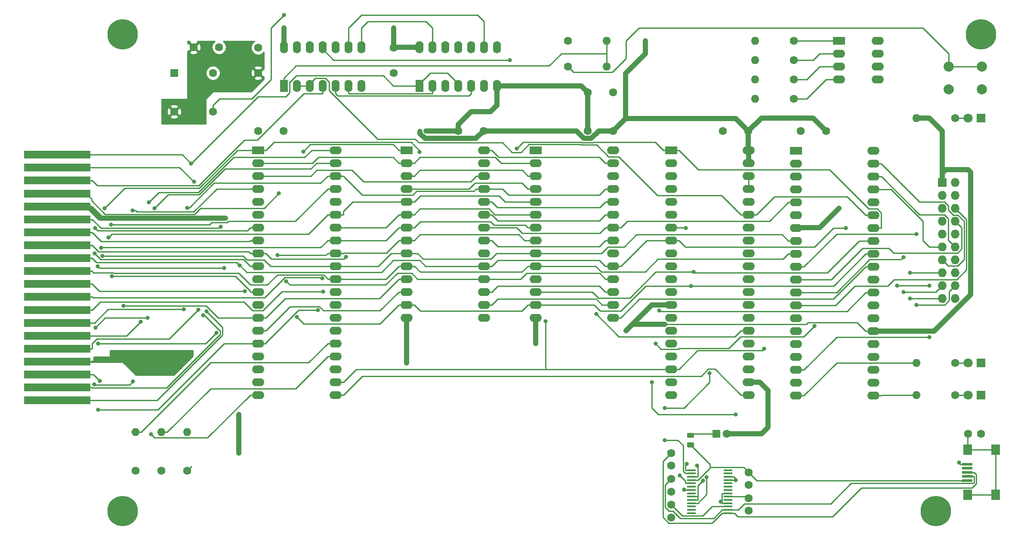
<source format=gbr>
G04 #@! TF.GenerationSoftware,KiCad,Pcbnew,(5.1.2)-1*
G04 #@! TF.CreationDate,2019-08-07T20:20:44+02:00*
G04 #@! TF.ProjectId,Z80Mini,5a38304d-696e-4692-9e6b-696361645f70,rev?*
G04 #@! TF.SameCoordinates,Original*
G04 #@! TF.FileFunction,Copper,L1,Top*
G04 #@! TF.FilePolarity,Positive*
%FSLAX46Y46*%
G04 Gerber Fmt 4.6, Leading zero omitted, Abs format (unit mm)*
G04 Created by KiCad (PCBNEW (5.1.2)-1) date 2019-08-07 20:20:44*
%MOMM*%
%LPD*%
G04 APERTURE LIST*
%ADD10C,6.000000*%
%ADD11C,0.800000*%
%ADD12O,1.727200X1.727200*%
%ADD13R,1.727200X1.727200*%
%ADD14O,2.400000X1.600000*%
%ADD15R,2.400000X1.600000*%
%ADD16O,1.600000X1.600000*%
%ADD17C,1.600000*%
%ADD18C,1.800000*%
%ADD19R,1.800000X1.800000*%
%ADD20C,0.100000*%
%ADD21C,0.975000*%
%ADD22R,1.600000X1.600000*%
%ADD23R,1.700000X2.000000*%
%ADD24R,2.000000X0.500000*%
%ADD25C,2.000000*%
%ADD26R,1.750000X0.450000*%
%ADD27O,1.600000X2.400000*%
%ADD28R,1.600000X2.400000*%
%ADD29R,13.000000X1.650000*%
%ADD30C,0.250000*%
%ADD31C,1.000000*%
%ADD32C,0.254000*%
G04 APERTURE END LIST*
D10*
X243840000Y-144780000D03*
D11*
X246090000Y-144780000D03*
X245430990Y-146370990D03*
X243840000Y-147030000D03*
X242249010Y-146370990D03*
X241590000Y-144780000D03*
X242249010Y-143189010D03*
X243840000Y-142530000D03*
X245430990Y-143189010D03*
X254320990Y-49209010D03*
X252730000Y-48550000D03*
X251139010Y-49209010D03*
X250480000Y-50800000D03*
X251139010Y-52390990D03*
X252730000Y-53050000D03*
X254320990Y-52390990D03*
X254980000Y-50800000D03*
D10*
X252730000Y-50800000D03*
X83820000Y-144780000D03*
D11*
X86070000Y-144780000D03*
X85410990Y-146370990D03*
X83820000Y-147030000D03*
X82229010Y-146370990D03*
X81570000Y-144780000D03*
X82229010Y-143189010D03*
X83820000Y-142530000D03*
X85410990Y-143189010D03*
X85410990Y-49209010D03*
X83820000Y-48550000D03*
X82229010Y-49209010D03*
X81570000Y-50800000D03*
X82229010Y-52390990D03*
X83820000Y-53050000D03*
X85410990Y-52390990D03*
X86070000Y-50800000D03*
D10*
X83820000Y-50800000D03*
D12*
X247650000Y-102870000D03*
X245110000Y-102870000D03*
X247650000Y-100330000D03*
X245110000Y-100330000D03*
X247650000Y-97790000D03*
X245110000Y-97790000D03*
X247650000Y-95250000D03*
X245110000Y-95250000D03*
X247650000Y-92710000D03*
X245110000Y-92710000D03*
X247650000Y-90170000D03*
X245110000Y-90170000D03*
X247650000Y-87630000D03*
X245110000Y-87630000D03*
X247650000Y-85090000D03*
X245110000Y-85090000D03*
X247650000Y-82550000D03*
X245110000Y-82550000D03*
X247650000Y-80010000D03*
D13*
X245110000Y-80010000D03*
D14*
X207010000Y-73660000D03*
X191770000Y-121920000D03*
X207010000Y-76200000D03*
X191770000Y-119380000D03*
X207010000Y-78740000D03*
X191770000Y-116840000D03*
X207010000Y-81280000D03*
X191770000Y-114300000D03*
X207010000Y-83820000D03*
X191770000Y-111760000D03*
X207010000Y-86360000D03*
X191770000Y-109220000D03*
X207010000Y-88900000D03*
X191770000Y-106680000D03*
X207010000Y-91440000D03*
X191770000Y-104140000D03*
X207010000Y-93980000D03*
X191770000Y-101600000D03*
X207010000Y-96520000D03*
X191770000Y-99060000D03*
X207010000Y-99060000D03*
X191770000Y-96520000D03*
X207010000Y-101600000D03*
X191770000Y-93980000D03*
X207010000Y-104140000D03*
X191770000Y-91440000D03*
X207010000Y-106680000D03*
X191770000Y-88900000D03*
X207010000Y-109220000D03*
X191770000Y-86360000D03*
X207010000Y-111760000D03*
X191770000Y-83820000D03*
X207010000Y-114300000D03*
X191770000Y-81280000D03*
X207010000Y-116840000D03*
X191770000Y-78740000D03*
X207010000Y-119380000D03*
X191770000Y-76200000D03*
X207010000Y-121920000D03*
D15*
X191770000Y-73660000D03*
D14*
X231590000Y-73780000D03*
X216350000Y-122040000D03*
X231590000Y-76320000D03*
X216350000Y-119500000D03*
X231590000Y-78860000D03*
X216350000Y-116960000D03*
X231590000Y-81400000D03*
X216350000Y-114420000D03*
X231590000Y-83940000D03*
X216350000Y-111880000D03*
X231590000Y-86480000D03*
X216350000Y-109340000D03*
X231590000Y-89020000D03*
X216350000Y-106800000D03*
X231590000Y-91560000D03*
X216350000Y-104260000D03*
X231590000Y-94100000D03*
X216350000Y-101720000D03*
X231590000Y-96640000D03*
X216350000Y-99180000D03*
X231590000Y-99180000D03*
X216350000Y-96640000D03*
X231590000Y-101720000D03*
X216350000Y-94100000D03*
X231590000Y-104260000D03*
X216350000Y-91560000D03*
X231590000Y-106800000D03*
X216350000Y-89020000D03*
X231590000Y-109340000D03*
X216350000Y-86480000D03*
X231590000Y-111880000D03*
X216350000Y-83940000D03*
X231590000Y-114420000D03*
X216350000Y-81400000D03*
X231590000Y-116960000D03*
X216350000Y-78860000D03*
X231590000Y-119500000D03*
X216350000Y-76320000D03*
X231590000Y-122040000D03*
D15*
X216350000Y-73780000D03*
D14*
X232410000Y-52070000D03*
X224790000Y-59690000D03*
X232410000Y-54610000D03*
X224790000Y-57150000D03*
X232410000Y-57150000D03*
X224790000Y-54610000D03*
X232410000Y-59690000D03*
D15*
X224790000Y-52070000D03*
D16*
X208280000Y-63500000D03*
D17*
X215900000Y-63500000D03*
D16*
X208280000Y-59690000D03*
D17*
X215900000Y-59690000D03*
D16*
X208280000Y-55880000D03*
D17*
X215900000Y-55880000D03*
D16*
X208280000Y-52070000D03*
D17*
X215900000Y-52070000D03*
D16*
X240030000Y-67310000D03*
D17*
X247650000Y-67310000D03*
D18*
X250190000Y-67310000D03*
D19*
X252730000Y-67310000D03*
D16*
X240030000Y-121920000D03*
D17*
X247650000Y-121920000D03*
D16*
X240030000Y-115570000D03*
D17*
X247650000Y-115570000D03*
D18*
X250190000Y-121920000D03*
D19*
X252730000Y-121920000D03*
D18*
X250190000Y-115570000D03*
D19*
X252730000Y-115570000D03*
D20*
G36*
X196060142Y-131261174D02*
G01*
X196083803Y-131264684D01*
X196107007Y-131270496D01*
X196129529Y-131278554D01*
X196151153Y-131288782D01*
X196171670Y-131301079D01*
X196190883Y-131315329D01*
X196208607Y-131331393D01*
X196224671Y-131349117D01*
X196238921Y-131368330D01*
X196251218Y-131388847D01*
X196261446Y-131410471D01*
X196269504Y-131432993D01*
X196275316Y-131456197D01*
X196278826Y-131479858D01*
X196280000Y-131503750D01*
X196280000Y-131991250D01*
X196278826Y-132015142D01*
X196275316Y-132038803D01*
X196269504Y-132062007D01*
X196261446Y-132084529D01*
X196251218Y-132106153D01*
X196238921Y-132126670D01*
X196224671Y-132145883D01*
X196208607Y-132163607D01*
X196190883Y-132179671D01*
X196171670Y-132193921D01*
X196151153Y-132206218D01*
X196129529Y-132216446D01*
X196107007Y-132224504D01*
X196083803Y-132230316D01*
X196060142Y-132233826D01*
X196036250Y-132235000D01*
X195123750Y-132235000D01*
X195099858Y-132233826D01*
X195076197Y-132230316D01*
X195052993Y-132224504D01*
X195030471Y-132216446D01*
X195008847Y-132206218D01*
X194988330Y-132193921D01*
X194969117Y-132179671D01*
X194951393Y-132163607D01*
X194935329Y-132145883D01*
X194921079Y-132126670D01*
X194908782Y-132106153D01*
X194898554Y-132084529D01*
X194890496Y-132062007D01*
X194884684Y-132038803D01*
X194881174Y-132015142D01*
X194880000Y-131991250D01*
X194880000Y-131503750D01*
X194881174Y-131479858D01*
X194884684Y-131456197D01*
X194890496Y-131432993D01*
X194898554Y-131410471D01*
X194908782Y-131388847D01*
X194921079Y-131368330D01*
X194935329Y-131349117D01*
X194951393Y-131331393D01*
X194969117Y-131315329D01*
X194988330Y-131301079D01*
X195008847Y-131288782D01*
X195030471Y-131278554D01*
X195052993Y-131270496D01*
X195076197Y-131264684D01*
X195099858Y-131261174D01*
X195123750Y-131260000D01*
X196036250Y-131260000D01*
X196060142Y-131261174D01*
X196060142Y-131261174D01*
G37*
D21*
X195580000Y-131747500D03*
D20*
G36*
X196060142Y-129386174D02*
G01*
X196083803Y-129389684D01*
X196107007Y-129395496D01*
X196129529Y-129403554D01*
X196151153Y-129413782D01*
X196171670Y-129426079D01*
X196190883Y-129440329D01*
X196208607Y-129456393D01*
X196224671Y-129474117D01*
X196238921Y-129493330D01*
X196251218Y-129513847D01*
X196261446Y-129535471D01*
X196269504Y-129557993D01*
X196275316Y-129581197D01*
X196278826Y-129604858D01*
X196280000Y-129628750D01*
X196280000Y-130116250D01*
X196278826Y-130140142D01*
X196275316Y-130163803D01*
X196269504Y-130187007D01*
X196261446Y-130209529D01*
X196251218Y-130231153D01*
X196238921Y-130251670D01*
X196224671Y-130270883D01*
X196208607Y-130288607D01*
X196190883Y-130304671D01*
X196171670Y-130318921D01*
X196151153Y-130331218D01*
X196129529Y-130341446D01*
X196107007Y-130349504D01*
X196083803Y-130355316D01*
X196060142Y-130358826D01*
X196036250Y-130360000D01*
X195123750Y-130360000D01*
X195099858Y-130358826D01*
X195076197Y-130355316D01*
X195052993Y-130349504D01*
X195030471Y-130341446D01*
X195008847Y-130331218D01*
X194988330Y-130318921D01*
X194969117Y-130304671D01*
X194951393Y-130288607D01*
X194935329Y-130270883D01*
X194921079Y-130251670D01*
X194908782Y-130231153D01*
X194898554Y-130209529D01*
X194890496Y-130187007D01*
X194884684Y-130163803D01*
X194881174Y-130140142D01*
X194880000Y-130116250D01*
X194880000Y-129628750D01*
X194881174Y-129604858D01*
X194884684Y-129581197D01*
X194890496Y-129557993D01*
X194898554Y-129535471D01*
X194908782Y-129513847D01*
X194921079Y-129493330D01*
X194935329Y-129474117D01*
X194951393Y-129456393D01*
X194969117Y-129440329D01*
X194988330Y-129426079D01*
X195008847Y-129413782D01*
X195030471Y-129403554D01*
X195052993Y-129395496D01*
X195076197Y-129389684D01*
X195099858Y-129386174D01*
X195123750Y-129385000D01*
X196036250Y-129385000D01*
X196060142Y-129386174D01*
X196060142Y-129386174D01*
G37*
D21*
X195580000Y-129872500D03*
D17*
X202660000Y-129540000D03*
D22*
X200660000Y-129540000D03*
D17*
X207010000Y-139660000D03*
X207010000Y-137160000D03*
X207010000Y-144740000D03*
X207010000Y-142240000D03*
X191770000Y-143550000D03*
X191770000Y-146050000D03*
D23*
X255580000Y-132710000D03*
X250130000Y-132710000D03*
X255580000Y-141610000D03*
X250130000Y-141610000D03*
D24*
X250030000Y-135560000D03*
X250030000Y-136360000D03*
X250030000Y-137160000D03*
X250030000Y-137960000D03*
X250030000Y-138760000D03*
D17*
X252730000Y-129540000D03*
X250230000Y-129540000D03*
X191770000Y-133350000D03*
X191770000Y-135850000D03*
X191770000Y-138470000D03*
X191770000Y-140970000D03*
D25*
X252880000Y-57150000D03*
X252880000Y-61650000D03*
X246380000Y-57150000D03*
X246380000Y-61650000D03*
D17*
X93980000Y-66040000D03*
X101600000Y-66040000D03*
X101600000Y-58420000D03*
D22*
X93980000Y-58420000D03*
D26*
X202990000Y-136745000D03*
X202990000Y-137395000D03*
X202990000Y-138045000D03*
X202990000Y-138695000D03*
X202990000Y-139345000D03*
X202990000Y-139995000D03*
X202990000Y-140645000D03*
X202990000Y-141295000D03*
X202990000Y-141945000D03*
X202990000Y-142595000D03*
X202990000Y-143245000D03*
X202990000Y-143895000D03*
X202990000Y-144545000D03*
X202990000Y-145195000D03*
X195790000Y-145195000D03*
X195790000Y-144545000D03*
X195790000Y-143895000D03*
X195790000Y-143245000D03*
X195790000Y-142595000D03*
X195790000Y-141945000D03*
X195790000Y-141295000D03*
X195790000Y-140645000D03*
X195790000Y-139995000D03*
X195790000Y-139345000D03*
X195790000Y-138695000D03*
X195790000Y-138045000D03*
X195790000Y-137395000D03*
X195790000Y-136745000D03*
D27*
X115570000Y-53340000D03*
X130810000Y-60960000D03*
X118110000Y-53340000D03*
X128270000Y-60960000D03*
X120650000Y-53340000D03*
X125730000Y-60960000D03*
X123190000Y-53340000D03*
X123190000Y-60960000D03*
X125730000Y-53340000D03*
X120650000Y-60960000D03*
X128270000Y-53340000D03*
X118110000Y-60960000D03*
X130810000Y-53340000D03*
D28*
X115570000Y-60960000D03*
D27*
X142240000Y-53340000D03*
X157480000Y-60960000D03*
X144780000Y-53340000D03*
X154940000Y-60960000D03*
X147320000Y-53340000D03*
X152400000Y-60960000D03*
X149860000Y-53340000D03*
X149860000Y-60960000D03*
X152400000Y-53340000D03*
X147320000Y-60960000D03*
X154940000Y-53340000D03*
X144780000Y-60960000D03*
X157480000Y-53340000D03*
D28*
X142240000Y-60960000D03*
D14*
X180340000Y-73660000D03*
X165100000Y-106680000D03*
X180340000Y-76200000D03*
X165100000Y-104140000D03*
X180340000Y-78740000D03*
X165100000Y-101600000D03*
X180340000Y-81280000D03*
X165100000Y-99060000D03*
X180340000Y-83820000D03*
X165100000Y-96520000D03*
X180340000Y-86360000D03*
X165100000Y-93980000D03*
X180340000Y-88900000D03*
X165100000Y-91440000D03*
X180340000Y-91440000D03*
X165100000Y-88900000D03*
X180340000Y-93980000D03*
X165100000Y-86360000D03*
X180340000Y-96520000D03*
X165100000Y-83820000D03*
X180340000Y-99060000D03*
X165100000Y-81280000D03*
X180340000Y-101600000D03*
X165100000Y-78740000D03*
X180340000Y-104140000D03*
X165100000Y-76200000D03*
X180340000Y-106680000D03*
D15*
X165100000Y-73660000D03*
D14*
X154940000Y-73660000D03*
X139700000Y-106680000D03*
X154940000Y-76200000D03*
X139700000Y-104140000D03*
X154940000Y-78740000D03*
X139700000Y-101600000D03*
X154940000Y-81280000D03*
X139700000Y-99060000D03*
X154940000Y-83820000D03*
X139700000Y-96520000D03*
X154940000Y-86360000D03*
X139700000Y-93980000D03*
X154940000Y-88900000D03*
X139700000Y-91440000D03*
X154940000Y-91440000D03*
X139700000Y-88900000D03*
X154940000Y-93980000D03*
X139700000Y-86360000D03*
X154940000Y-96520000D03*
X139700000Y-83820000D03*
X154940000Y-99060000D03*
X139700000Y-81280000D03*
X154940000Y-101600000D03*
X139700000Y-78740000D03*
X154940000Y-104140000D03*
X139700000Y-76200000D03*
X154940000Y-106680000D03*
D15*
X139700000Y-73660000D03*
D14*
X125730000Y-73660000D03*
X110490000Y-121920000D03*
X125730000Y-76200000D03*
X110490000Y-119380000D03*
X125730000Y-78740000D03*
X110490000Y-116840000D03*
X125730000Y-81280000D03*
X110490000Y-114300000D03*
X125730000Y-83820000D03*
X110490000Y-111760000D03*
X125730000Y-86360000D03*
X110490000Y-109220000D03*
X125730000Y-88900000D03*
X110490000Y-106680000D03*
X125730000Y-91440000D03*
X110490000Y-104140000D03*
X125730000Y-93980000D03*
X110490000Y-101600000D03*
X125730000Y-96520000D03*
X110490000Y-99060000D03*
X125730000Y-99060000D03*
X110490000Y-96520000D03*
X125730000Y-101600000D03*
X110490000Y-93980000D03*
X125730000Y-104140000D03*
X110490000Y-91440000D03*
X125730000Y-106680000D03*
X110490000Y-88900000D03*
X125730000Y-109220000D03*
X110490000Y-86360000D03*
X125730000Y-111760000D03*
X110490000Y-83820000D03*
X125730000Y-114300000D03*
X110490000Y-81280000D03*
X125730000Y-116840000D03*
X110490000Y-78740000D03*
X125730000Y-119380000D03*
X110490000Y-76200000D03*
X125730000Y-121920000D03*
D15*
X110490000Y-73660000D03*
D16*
X86360000Y-129240000D03*
D17*
X86360000Y-136860000D03*
D16*
X91440000Y-129240000D03*
D17*
X91440000Y-136860000D03*
D16*
X96520000Y-129240000D03*
D17*
X96520000Y-136860000D03*
D16*
X179070000Y-57150000D03*
D17*
X171450000Y-57150000D03*
D16*
X179070000Y-52070000D03*
D17*
X171450000Y-52070000D03*
D29*
X70993000Y-122999000D03*
X70993000Y-120449000D03*
X70993000Y-117899000D03*
X70993000Y-115349000D03*
X70993000Y-112799000D03*
X70993000Y-110249000D03*
X70993000Y-107699000D03*
X70993000Y-105149000D03*
X70993000Y-102599000D03*
X70993000Y-100049000D03*
X70993000Y-97499000D03*
X70993000Y-94949000D03*
X70993000Y-92399000D03*
X70993000Y-89849000D03*
X70993000Y-87299000D03*
X70993000Y-84749000D03*
X70993000Y-82199000D03*
X70993000Y-79649000D03*
X70993000Y-77099000D03*
X70993000Y-74549000D03*
D17*
X206930000Y-69850000D03*
X201930000Y-69850000D03*
X222250000Y-69850000D03*
X217250000Y-69850000D03*
X102790000Y-53340000D03*
X97790000Y-53340000D03*
X175340000Y-62230000D03*
X180340000Y-62230000D03*
X110490000Y-53420000D03*
X110490000Y-58420000D03*
X137160000Y-53420000D03*
X137160000Y-58420000D03*
X180340000Y-69850000D03*
X175340000Y-69850000D03*
X154860000Y-69850000D03*
X149860000Y-69850000D03*
X115490000Y-69850000D03*
X110490000Y-69850000D03*
D11*
X240030000Y-104140000D03*
X237490000Y-101600000D03*
X182880000Y-109220000D03*
X194310300Y-140548600D03*
X201504100Y-142953500D03*
X204497400Y-138695000D03*
X248400200Y-135255500D03*
X165100000Y-111760000D03*
X143510000Y-69850000D03*
X97790000Y-62230000D03*
X224790000Y-85090000D03*
X95029000Y-115349000D03*
X106680000Y-125730000D03*
X139700000Y-115570000D03*
X106680000Y-133350000D03*
X82550000Y-114300000D03*
X190500000Y-124460000D03*
X104085400Y-87095400D03*
X95106500Y-87099700D03*
X186690000Y-52070000D03*
X139700000Y-53340000D03*
X115570000Y-49530000D03*
X137160000Y-49530000D03*
X142309990Y-69919990D03*
X84012600Y-104312700D03*
X161415600Y-73343900D03*
X118134500Y-106531200D03*
X195654500Y-100405000D03*
X81702200Y-98505900D03*
X219965000Y-108328000D03*
X188706400Y-111823700D03*
X78426300Y-89014200D03*
X194617200Y-88972300D03*
X116035100Y-99507000D03*
X78310100Y-93996400D03*
X167089800Y-107425600D03*
X103784700Y-96855100D03*
X78875200Y-96525100D03*
X210102800Y-112800700D03*
X79804400Y-94482200D03*
X79589900Y-92923200D03*
X81011000Y-90903500D03*
X81551700Y-88310200D03*
X89404500Y-129657000D03*
X88743100Y-106741700D03*
X78468600Y-108662900D03*
X90115900Y-85095368D03*
X80251700Y-85107700D03*
X142264600Y-74010300D03*
X78964200Y-111759500D03*
X102273500Y-109667200D03*
X85898000Y-119222700D03*
X78210700Y-119799900D03*
X119360100Y-73951800D03*
X85792400Y-85545379D03*
X100300000Y-105403800D03*
X99668800Y-106237500D03*
X79343500Y-119150900D03*
X98684300Y-105119500D03*
X88950400Y-83964700D03*
X87344600Y-107508300D03*
X96513400Y-85026100D03*
X95852100Y-105039200D03*
X123316500Y-101512100D03*
X123069300Y-98924300D03*
X177025800Y-105978800D03*
X114269900Y-94375300D03*
X107907700Y-101486800D03*
X226113700Y-89044100D03*
X106859500Y-96340500D03*
X127782000Y-94652000D03*
X189383500Y-105265900D03*
X196212100Y-97654300D03*
X103087800Y-88770600D03*
X114587300Y-82169300D03*
X97843600Y-79909900D03*
X97311500Y-76307700D03*
X122245800Y-105199600D03*
X79020700Y-124807500D03*
X199329000Y-117599500D03*
X190500000Y-130810000D03*
X196874800Y-135847500D03*
X198012400Y-138828800D03*
X198691700Y-138085800D03*
X193465600Y-137784300D03*
X194847900Y-135513700D03*
X238760000Y-102870000D03*
X242570000Y-110490000D03*
X237490000Y-94745900D03*
X240030000Y-90170000D03*
X238760000Y-97790000D03*
X236220000Y-100330000D03*
X242570000Y-100330000D03*
X160020000Y-55880000D03*
X204470000Y-125730000D03*
X187960000Y-119380000D03*
X115570000Y-46990000D03*
D30*
X194310300Y-140548600D02*
X194493300Y-140548600D01*
X194493300Y-140548600D02*
X194589700Y-140645000D01*
X195790000Y-140645000D02*
X194589700Y-140645000D01*
X204497400Y-138695000D02*
X204190300Y-138695000D01*
X202990000Y-138695000D02*
X204190300Y-138695000D01*
X202990000Y-138045000D02*
X204190300Y-138045000D01*
X204190300Y-138045000D02*
X204190300Y-138695000D01*
X248400200Y-135255500D02*
X248704700Y-135560000D01*
X250030000Y-135560000D02*
X248704700Y-135560000D01*
X157480000Y-60960000D02*
X161290000Y-60960000D01*
X161290000Y-60960000D02*
X174070000Y-60960000D01*
D31*
X175340000Y-69850000D02*
X175340000Y-62230000D01*
X174070000Y-60960000D02*
X157480000Y-60960000D01*
X157480000Y-60960000D02*
X157480000Y-64770000D01*
X157480000Y-64770000D02*
X156210000Y-66040000D01*
X156210000Y-66040000D02*
X152400000Y-66040000D01*
X149860000Y-68580000D02*
X149860000Y-69850000D01*
X149860000Y-68580000D02*
X152400000Y-66040000D01*
X174070000Y-60960000D02*
X175340000Y-62230000D01*
X143510000Y-69850000D02*
X149860000Y-69850000D01*
X97790000Y-62230000D02*
X97790000Y-62230000D01*
X209210000Y-119380000D02*
X210820000Y-120990000D01*
X207010000Y-119380000D02*
X209210000Y-119380000D01*
X210820000Y-120990000D02*
X210820000Y-128270000D01*
X210820000Y-128270000D02*
X209550000Y-129540000D01*
X209550000Y-129540000D02*
X202660000Y-129540000D01*
D30*
X202990000Y-143245000D02*
X201789700Y-143245000D01*
X201504100Y-142953500D02*
X201789700Y-142953500D01*
X201789700Y-143245000D02*
X201789700Y-142953500D01*
X202990000Y-141295000D02*
X201789700Y-141295000D01*
X201789700Y-142953500D02*
X201789700Y-141295000D01*
D31*
X216750000Y-89020000D02*
X216870000Y-88900000D01*
X216350000Y-89020000D02*
X216750000Y-89020000D01*
X216870000Y-88900000D02*
X220980000Y-88900000D01*
X220980000Y-88900000D02*
X224790000Y-85090000D01*
X224790000Y-85090000D02*
X224790000Y-85090000D01*
X95029000Y-115349000D02*
X95029000Y-115349000D01*
X165100000Y-106680000D02*
X165100000Y-111760000D01*
X139700000Y-106680000D02*
X139700000Y-108480000D01*
X139700000Y-108480000D02*
X139700000Y-115570000D01*
X139700000Y-115570000D02*
X139700000Y-115570000D01*
X106680000Y-133350000D02*
X106680000Y-133350000D01*
D30*
X81501000Y-115349000D02*
X82550000Y-114300000D01*
X70993000Y-115349000D02*
X81501000Y-115349000D01*
D31*
X106680000Y-125730000D02*
X106680000Y-133350000D01*
D30*
X95106500Y-87099700D02*
X104081100Y-87099700D01*
X104081100Y-87099700D02*
X104085400Y-87095400D01*
X77818300Y-84749000D02*
X80169000Y-87099700D01*
X80169000Y-87099700D02*
X95106500Y-87099700D01*
X97410000Y-135970000D02*
X96520000Y-136860000D01*
X115530000Y-53380000D02*
X115570000Y-53340000D01*
X228327400Y-107602700D02*
X218724600Y-107602700D01*
X218724600Y-107602700D02*
X218380700Y-107946600D01*
X231590000Y-109340000D02*
X230064700Y-109340000D01*
X70993000Y-84749000D02*
X77818300Y-84749000D01*
X156465300Y-73660000D02*
X157862700Y-75057400D01*
X157862700Y-75057400D02*
X177672100Y-75057400D01*
X177672100Y-75057400D02*
X178814700Y-76200000D01*
X110450000Y-53340000D02*
X110490000Y-53380000D01*
X110490000Y-53380000D02*
X110490000Y-53420000D01*
X180340000Y-76200000D02*
X178814700Y-76200000D01*
X154940000Y-73660000D02*
X156465300Y-73660000D01*
D31*
X245110000Y-80010000D02*
X245110000Y-69850000D01*
X242570000Y-67310000D02*
X240030000Y-67310000D01*
X245110000Y-69850000D02*
X242570000Y-67310000D01*
X206930000Y-69850000D02*
X208200000Y-68580000D01*
X208200000Y-68580000D02*
X208280000Y-68580000D01*
X208280000Y-68580000D02*
X209550000Y-67310000D01*
X219710000Y-67310000D02*
X222250000Y-69850000D01*
X209550000Y-67310000D02*
X219710000Y-67310000D01*
X206930000Y-69850000D02*
X204470000Y-67390000D01*
X182800000Y-67390000D02*
X180340000Y-69850000D01*
X204470000Y-67390000D02*
X182800000Y-67390000D01*
X79374402Y-87095400D02*
X77028002Y-84749000D01*
X104085400Y-87095400D02*
X79374402Y-87095400D01*
X77028002Y-84749000D02*
X70993000Y-84749000D01*
X137240000Y-53340000D02*
X137160000Y-53420000D01*
X142240000Y-53340000D02*
X139700000Y-53340000D01*
X206930000Y-73580000D02*
X207010000Y-73660000D01*
X206930000Y-69850000D02*
X206930000Y-73580000D01*
X207010000Y-73660000D02*
X207010000Y-76200000D01*
X187960000Y-104140000D02*
X191770000Y-104140000D01*
D30*
X191770000Y-104140000D02*
X190244700Y-104140000D01*
X218380700Y-107946600D02*
X190981800Y-107946600D01*
D31*
X184150000Y-107950000D02*
X190500000Y-107950000D01*
X182880000Y-109220000D02*
X184150000Y-107950000D01*
X184150000Y-107950000D02*
X187960000Y-104140000D01*
X182800000Y-67390000D02*
X182800000Y-58500000D01*
X182800000Y-58500000D02*
X186690000Y-54610000D01*
X186690000Y-54610000D02*
X186690000Y-52070000D01*
X186690000Y-52070000D02*
X186690000Y-52070000D01*
X176060001Y-71350001D02*
X177560002Y-69850000D01*
X154860000Y-69850000D02*
X173119998Y-69850000D01*
X174619999Y-71350001D02*
X176060001Y-71350001D01*
X177560002Y-69850000D02*
X179208630Y-69850000D01*
X179208630Y-69850000D02*
X180340000Y-69850000D01*
X173119998Y-69850000D02*
X174619999Y-71350001D01*
X139700000Y-53340000D02*
X137240000Y-53340000D01*
X245110000Y-78146400D02*
X245110000Y-80010000D01*
X245786400Y-77470000D02*
X245110000Y-78146400D01*
X250190000Y-77470000D02*
X245786400Y-77470000D01*
X250683500Y-77963500D02*
X250190000Y-77470000D01*
X250683500Y-102150630D02*
X250683500Y-77963500D01*
X243494130Y-109340000D02*
X250683500Y-102150630D01*
X231590000Y-109340000D02*
X243494130Y-109340000D01*
D30*
X230064700Y-109340000D02*
X228327400Y-107602700D01*
D31*
X115570000Y-53340000D02*
X115570000Y-49530000D01*
X137160000Y-53420000D02*
X137160000Y-49530000D01*
X137160000Y-49530000D02*
X137160000Y-49530000D01*
X142309990Y-70347060D02*
X142309990Y-69919990D01*
X143312931Y-71350001D02*
X142309990Y-70347060D01*
X154860000Y-69850000D02*
X153359999Y-71350001D01*
X153359999Y-71350001D02*
X143312931Y-71350001D01*
X142309990Y-69919990D02*
X142309990Y-69919990D01*
D30*
X115570000Y-60960000D02*
X115570000Y-59434700D01*
X179070000Y-57150000D02*
X179070000Y-52070000D01*
X179070000Y-57150000D02*
X179070000Y-55880000D01*
X115570000Y-59434700D02*
X117982350Y-57022350D01*
X117982350Y-57022350D02*
X117995100Y-57009600D01*
X117982350Y-57022350D02*
X167767650Y-57022350D01*
X167767650Y-57022350D02*
X170180000Y-54610000D01*
X170180000Y-54610000D02*
X179070000Y-54610000D01*
X250130000Y-141610000D02*
X255580000Y-141610000D01*
X250717700Y-132710000D02*
X250230000Y-132222300D01*
X250717700Y-132710000D02*
X251305300Y-132710000D01*
X250130000Y-132710000D02*
X250717700Y-132710000D01*
X255580000Y-132710000D02*
X251305300Y-132710000D01*
X255580000Y-141610000D02*
X255580000Y-132710000D01*
X250130000Y-129640000D02*
X250230000Y-129540000D01*
X250130000Y-132710000D02*
X250130000Y-129640000D01*
X202990000Y-144545000D02*
X201789700Y-144545000D01*
X201789700Y-144545000D02*
X200127500Y-146207200D01*
X200127500Y-146207200D02*
X193518800Y-146207200D01*
X193518800Y-146207200D02*
X192111600Y-144800000D01*
X192111600Y-144800000D02*
X191378000Y-144800000D01*
X191378000Y-144800000D02*
X190583700Y-144005700D01*
X190583700Y-144005700D02*
X190583700Y-139656300D01*
X190583700Y-139656300D02*
X191770000Y-138470000D01*
X251355300Y-137960000D02*
X251355300Y-139197800D01*
X251355300Y-139197800D02*
X251217700Y-139335400D01*
X251217700Y-139335400D02*
X227201500Y-139335400D01*
X227201500Y-139335400D02*
X223171500Y-143365400D01*
X223171500Y-143365400D02*
X206135900Y-143365400D01*
X206135900Y-143365400D02*
X204956300Y-144545000D01*
X204956300Y-144545000D02*
X202990000Y-144545000D01*
X250030000Y-137960000D02*
X251355300Y-137960000D01*
X202990000Y-145195000D02*
X204190300Y-145195000D01*
X204190300Y-145195000D02*
X204863500Y-145868200D01*
X223520000Y-145868200D02*
X229193700Y-140194500D01*
X250995500Y-140194500D02*
X251805700Y-139384300D01*
X251805700Y-139384300D02*
X251805700Y-137610400D01*
X251805700Y-137610400D02*
X251355300Y-137160000D01*
X202990000Y-145195000D02*
X202389900Y-145195000D01*
X250030000Y-137160000D02*
X251355300Y-137160000D01*
X202389900Y-145195000D02*
X201789700Y-145195000D01*
X201789700Y-145195000D02*
X199802800Y-147181900D01*
X199802800Y-147181900D02*
X191288900Y-147181900D01*
X191288900Y-147181900D02*
X190133300Y-146026300D01*
X190133300Y-146026300D02*
X190133300Y-134986700D01*
X190133300Y-134986700D02*
X191770000Y-133350000D01*
X204863500Y-145868200D02*
X223520000Y-145868200D01*
X229193700Y-140194500D02*
X250965500Y-140194500D01*
X247009800Y-140194500D02*
X250965500Y-140194500D01*
X250965500Y-140194500D02*
X250995500Y-140194500D01*
X202990000Y-143895000D02*
X199844300Y-143895000D01*
X199844300Y-143895000D02*
X197993900Y-145745400D01*
X197993900Y-145745400D02*
X193965400Y-145745400D01*
X193965400Y-145745400D02*
X191770000Y-143550000D01*
X199378100Y-136194600D02*
X199378100Y-135545600D01*
X199378100Y-135545600D02*
X195580000Y-131747500D01*
X196990300Y-138695000D02*
X199378100Y-136307200D01*
X199378100Y-136307200D02*
X199378100Y-136194600D01*
X199378100Y-136194600D02*
X206044600Y-136194600D01*
X206044600Y-136194600D02*
X207010000Y-137160000D01*
X195790000Y-138695000D02*
X196990300Y-138695000D01*
X207010000Y-137160000D02*
X208610000Y-138760000D01*
X208610000Y-138760000D02*
X250030000Y-138760000D01*
X202990000Y-141945000D02*
X206715000Y-141945000D01*
X206715000Y-141945000D02*
X207010000Y-142240000D01*
X200660000Y-129540000D02*
X195912500Y-129540000D01*
X195912500Y-129540000D02*
X195580000Y-129872500D01*
X125730000Y-114300000D02*
X124204700Y-114300000D01*
X91440000Y-129240000D02*
X92565300Y-129240000D01*
X92565300Y-129240000D02*
X101155300Y-120650000D01*
X101155300Y-120650000D02*
X117854700Y-120650000D01*
X117854700Y-120650000D02*
X124204700Y-114300000D01*
X205484700Y-121920000D02*
X200380800Y-116816100D01*
X200380800Y-116816100D02*
X199086700Y-116816100D01*
X199086700Y-116816100D02*
X197685300Y-118217500D01*
X197685300Y-118217500D02*
X197685300Y-118217600D01*
X197685300Y-118217600D02*
X130957700Y-118217600D01*
X130957700Y-118217600D02*
X127255300Y-121920000D01*
X207010000Y-121920000D02*
X205484700Y-121920000D01*
X125730000Y-121920000D02*
X127255300Y-121920000D01*
X178814700Y-88900000D02*
X177680400Y-90034300D01*
X177680400Y-90034300D02*
X162487300Y-90034300D01*
X162487300Y-90034300D02*
X161353000Y-88900000D01*
X161353000Y-88900000D02*
X154940000Y-88900000D01*
X180340000Y-88900000D02*
X181865300Y-88900000D01*
X216350000Y-83940000D02*
X214824700Y-83940000D01*
X214824700Y-83940000D02*
X211134700Y-87630000D01*
X211134700Y-87630000D02*
X183135300Y-87630000D01*
X183135300Y-87630000D02*
X181865300Y-88900000D01*
X180340000Y-88900000D02*
X178814700Y-88900000D01*
X110490000Y-106680000D02*
X102613000Y-106680000D01*
X102613000Y-106680000D02*
X100245800Y-104312800D01*
X100245800Y-104312800D02*
X84012600Y-104312800D01*
X84012600Y-104312800D02*
X84012600Y-104312700D01*
X231590000Y-89020000D02*
X233115300Y-89020000D01*
X191770000Y-73660000D02*
X193295300Y-73660000D01*
X193295300Y-73660000D02*
X197105300Y-77470000D01*
X197105300Y-77470000D02*
X222919800Y-77470000D01*
X222919800Y-77470000D02*
X230659800Y-85210000D01*
X230659800Y-85210000D02*
X232311700Y-85210000D01*
X232311700Y-85210000D02*
X233115300Y-86013600D01*
X233115300Y-86013600D02*
X233115300Y-89020000D01*
X139700000Y-99060000D02*
X138174700Y-99060000D01*
X110490000Y-106680000D02*
X112015300Y-106680000D01*
X112015300Y-106680000D02*
X115825300Y-102870000D01*
X115825300Y-102870000D02*
X134364700Y-102870000D01*
X134364700Y-102870000D02*
X138174700Y-99060000D01*
X174181857Y-72078600D02*
X162680900Y-72078600D01*
X176401731Y-72175012D02*
X174278269Y-72175012D01*
X190244700Y-73660000D02*
X188663300Y-72078600D01*
X174278269Y-72175012D02*
X174181857Y-72078600D01*
X161815599Y-72943901D02*
X161415600Y-73343900D01*
X191770000Y-73660000D02*
X190244700Y-73660000D01*
X188663300Y-72078600D02*
X176498143Y-72078600D01*
X176498143Y-72078600D02*
X176401731Y-72175012D01*
X162680900Y-72078600D02*
X161815599Y-72943901D01*
X139700000Y-104140000D02*
X138174700Y-104140000D01*
X118134500Y-106531200D02*
X119464600Y-107861300D01*
X119464600Y-107861300D02*
X134453400Y-107861300D01*
X134453400Y-107861300D02*
X138174700Y-104140000D01*
X165100000Y-104140000D02*
X163574700Y-104140000D01*
X139700000Y-104140000D02*
X141225300Y-104140000D01*
X141225300Y-104140000D02*
X142413900Y-105328600D01*
X142413900Y-105328600D02*
X162386100Y-105328600D01*
X162386100Y-105328600D02*
X163574700Y-104140000D01*
X165100000Y-104140000D02*
X176625800Y-104140000D01*
X176625800Y-104140000D02*
X177816400Y-105330600D01*
X177816400Y-105330600D02*
X181880600Y-105330600D01*
X181880600Y-105330600D02*
X186806200Y-100405000D01*
X186806200Y-100405000D02*
X195654500Y-100405000D01*
X195654500Y-100405000D02*
X223759700Y-100405000D01*
X223759700Y-100405000D02*
X230064700Y-94100000D01*
X108964700Y-101600000D02*
X108964700Y-101483400D01*
X108964700Y-101483400D02*
X105987200Y-98505900D01*
X105987200Y-98505900D02*
X81702200Y-98505900D01*
X110490000Y-101600000D02*
X108964700Y-101600000D01*
X231590000Y-94100000D02*
X230064700Y-94100000D01*
X188706400Y-111823700D02*
X189778900Y-112896200D01*
X189778900Y-112896200D02*
X193123400Y-112896200D01*
X193123400Y-112896200D02*
X193295400Y-112724200D01*
X193295400Y-112724200D02*
X203110500Y-112724200D01*
X203110500Y-112724200D02*
X205369300Y-110465400D01*
X205369300Y-110465400D02*
X217827600Y-110465400D01*
X217827600Y-110465400D02*
X219965000Y-108328000D01*
X156465300Y-104140000D02*
X157614600Y-102990700D01*
X157614600Y-102990700D02*
X177028500Y-102990700D01*
X177028500Y-102990700D02*
X178177800Y-104140000D01*
X178177800Y-104140000D02*
X178814700Y-104140000D01*
X179577400Y-104140000D02*
X180340000Y-104140000D01*
X179577400Y-104140000D02*
X178814700Y-104140000D01*
X78426300Y-89014200D02*
X78911900Y-89499800D01*
X78911900Y-89499800D02*
X108364900Y-89499800D01*
X108364900Y-89499800D02*
X108964700Y-88900000D01*
X154940000Y-104140000D02*
X156465300Y-104140000D01*
X110490000Y-88900000D02*
X108964700Y-88900000D01*
X191770000Y-88900000D02*
X194544900Y-88900000D01*
X194544900Y-88900000D02*
X194617200Y-88972300D01*
X78310100Y-93996400D02*
X78310100Y-94013600D01*
X78310100Y-94013600D02*
X79504000Y-95207500D01*
X79504000Y-95207500D02*
X107652200Y-95207500D01*
X107652200Y-95207500D02*
X108964700Y-96520000D01*
X154940000Y-99060000D02*
X141862200Y-99060000D01*
X141862200Y-99060000D02*
X140725000Y-97922800D01*
X140725000Y-97922800D02*
X137901900Y-97922800D01*
X137901900Y-97922800D02*
X135597600Y-100227100D01*
X135597600Y-100227100D02*
X116755200Y-100227100D01*
X116755200Y-100227100D02*
X116035100Y-99507000D01*
X154940000Y-99060000D02*
X162164700Y-99060000D01*
X162164700Y-99060000D02*
X163290900Y-97933800D01*
X163290900Y-97933800D02*
X177688500Y-97933800D01*
X177688500Y-97933800D02*
X178814700Y-99060000D01*
X110490000Y-96520000D02*
X108964700Y-96520000D01*
X180340000Y-99060000D02*
X178814700Y-99060000D01*
X167089800Y-116840000D02*
X191770000Y-116840000D01*
X127255300Y-119380000D02*
X129795300Y-116840000D01*
X129795300Y-116840000D02*
X167089800Y-116840000D01*
X167089800Y-107425600D02*
X167089800Y-116840000D01*
X125730000Y-119380000D02*
X127255300Y-119380000D01*
X78875200Y-96525100D02*
X79205200Y-96855100D01*
X79205200Y-96855100D02*
X103784700Y-96855100D01*
X210102800Y-112800700D02*
X209728900Y-113174600D01*
X209728900Y-113174600D02*
X196960700Y-113174600D01*
X196960700Y-113174600D02*
X193295300Y-116840000D01*
X191770000Y-116840000D02*
X193295300Y-116840000D01*
X125730000Y-96520000D02*
X112979600Y-96520000D01*
X112979600Y-96520000D02*
X111709600Y-95250000D01*
X111709600Y-95250000D02*
X108331600Y-95250000D01*
X108331600Y-95250000D02*
X107563800Y-94482200D01*
X107563800Y-94482200D02*
X79804400Y-94482200D01*
X165100000Y-93980000D02*
X157405700Y-93980000D01*
X157405700Y-93980000D02*
X156279900Y-95105800D01*
X156279900Y-95105800D02*
X142988100Y-95105800D01*
X142988100Y-95105800D02*
X141862300Y-93980000D01*
X141862300Y-93980000D02*
X141225300Y-93980000D01*
X138174700Y-93980000D02*
X136618400Y-93980000D01*
X136618400Y-93980000D02*
X134078400Y-96520000D01*
X134078400Y-96520000D02*
X125730000Y-96520000D01*
X216350000Y-91560000D02*
X214824700Y-91560000D01*
X165100000Y-93980000D02*
X178074900Y-93980000D01*
X178074900Y-93980000D02*
X179344900Y-92710000D01*
X179344900Y-92710000D02*
X182525700Y-92710000D01*
X182525700Y-92710000D02*
X184921000Y-90314700D01*
X184921000Y-90314700D02*
X213579400Y-90314700D01*
X213579400Y-90314700D02*
X214824700Y-91560000D01*
X139700000Y-93980000D02*
X141225300Y-93980000D01*
X139351800Y-93980000D02*
X139700000Y-93980000D01*
X139351800Y-93980000D02*
X138174700Y-93980000D01*
X125730000Y-91440000D02*
X124204700Y-91440000D01*
X79589900Y-92923200D02*
X79658500Y-92854600D01*
X79658500Y-92854600D02*
X122790100Y-92854600D01*
X122790100Y-92854600D02*
X124204700Y-91440000D01*
X141225300Y-88900000D02*
X142402600Y-87722700D01*
X142402600Y-87722700D02*
X156187200Y-87722700D01*
X156187200Y-87722700D02*
X156898200Y-88433700D01*
X156898200Y-88433700D02*
X163108400Y-88433700D01*
X163108400Y-88433700D02*
X163574700Y-88900000D01*
X139700000Y-88900000D02*
X138174700Y-88900000D01*
X125730000Y-91440000D02*
X135634700Y-91440000D01*
X135634700Y-91440000D02*
X138174700Y-88900000D01*
X165100000Y-88900000D02*
X163574700Y-88900000D01*
X139700000Y-88900000D02*
X141225300Y-88900000D01*
X125730000Y-86360000D02*
X124204700Y-86360000D01*
X81011000Y-90903500D02*
X81744500Y-90170000D01*
X81744500Y-90170000D02*
X120394700Y-90170000D01*
X120394700Y-90170000D02*
X124204700Y-86360000D01*
X125730000Y-86360000D02*
X127255300Y-86360000D01*
X138174700Y-83820000D02*
X129128000Y-83820000D01*
X129128000Y-83820000D02*
X127255300Y-85692700D01*
X127255300Y-85692700D02*
X127255300Y-86360000D01*
X139700000Y-83820000D02*
X138174700Y-83820000D01*
X141225300Y-83820000D02*
X142402600Y-82642700D01*
X142402600Y-82642700D02*
X157880000Y-82642700D01*
X157880000Y-82642700D02*
X159057300Y-83820000D01*
X159057300Y-83820000D02*
X163574700Y-83820000D01*
X165100000Y-83820000D02*
X163574700Y-83820000D01*
X139700000Y-83820000D02*
X141225300Y-83820000D01*
X141225300Y-78740000D02*
X142351400Y-77613900D01*
X142351400Y-77613900D02*
X162448600Y-77613900D01*
X162448600Y-77613900D02*
X163574700Y-78740000D01*
X139700000Y-78740000D02*
X141225300Y-78740000D01*
X165100000Y-78740000D02*
X163574700Y-78740000D01*
X104677541Y-87670000D02*
X117814700Y-87670000D01*
X117814700Y-87670000D02*
X124204700Y-81280000D01*
X101308591Y-87924709D02*
X104422832Y-87924709D01*
X104422832Y-87924709D02*
X104677541Y-87670000D01*
X81551700Y-88310200D02*
X100923100Y-88310200D01*
X124204700Y-81280000D02*
X124280000Y-81280000D01*
X100923100Y-88310200D02*
X101308591Y-87924709D01*
X124280000Y-81280000D02*
X125730000Y-81280000D01*
X154940000Y-48260000D02*
X154940000Y-53340000D01*
X153670000Y-46990000D02*
X154940000Y-48260000D01*
X132080000Y-46990000D02*
X153670000Y-46990000D01*
X128270000Y-53340000D02*
X128270000Y-49530000D01*
X128270000Y-49530000D02*
X130810000Y-46990000D01*
X130810000Y-46990000D02*
X132080000Y-46990000D01*
X110490000Y-121920000D02*
X108964700Y-121920000D01*
X108964700Y-121920000D02*
X100519300Y-130365400D01*
X100519300Y-130365400D02*
X90112900Y-130365400D01*
X90112900Y-130365400D02*
X89404500Y-129657000D01*
X78468600Y-108662900D02*
X80389800Y-106741700D01*
X80389800Y-106741700D02*
X88743100Y-106741700D01*
X154940000Y-83820000D02*
X156465300Y-83820000D01*
X156465300Y-83820000D02*
X157599600Y-84954300D01*
X157599600Y-84954300D02*
X177680400Y-84954300D01*
X177680400Y-84954300D02*
X178814700Y-83820000D01*
X180340000Y-83820000D02*
X178814700Y-83820000D01*
X92774868Y-82436400D02*
X90515899Y-84695369D01*
X98890500Y-82436400D02*
X92774868Y-82436400D01*
X122015600Y-76200000D02*
X120864000Y-77351600D01*
X103975300Y-77351600D02*
X98890500Y-82436400D01*
X90515899Y-84695369D02*
X90115900Y-85095368D01*
X125730000Y-76200000D02*
X122015600Y-76200000D01*
X120864000Y-77351600D02*
X103975300Y-77351600D01*
X80251700Y-85107700D02*
X84217600Y-81141800D01*
X84217600Y-81141800D02*
X98911300Y-81141800D01*
X98911300Y-81141800D02*
X106393100Y-73660000D01*
X106393100Y-73660000D02*
X110490000Y-73660000D01*
X110490000Y-73660000D02*
X112015300Y-73660000D01*
X112015300Y-73660000D02*
X113593100Y-72082200D01*
X113593100Y-72082200D02*
X140614200Y-72082200D01*
X140614200Y-72082200D02*
X142264600Y-73732600D01*
X142264600Y-73732600D02*
X142264600Y-74010300D01*
X154940000Y-86360000D02*
X156465300Y-86360000D01*
X180340000Y-86360000D02*
X178814700Y-86360000D01*
X156465300Y-86360000D02*
X157655800Y-87550500D01*
X157655800Y-87550500D02*
X177624200Y-87550500D01*
X177624200Y-87550500D02*
X178814700Y-86360000D01*
X78964200Y-111759500D02*
X100181200Y-111759500D01*
X100181200Y-111759500D02*
X102273500Y-109667200D01*
X78210700Y-119799900D02*
X78310000Y-119899200D01*
X78310000Y-119899200D02*
X85221500Y-119899200D01*
X85221500Y-119899200D02*
X85898000Y-119222700D01*
X119360100Y-73951800D02*
X120777200Y-72534700D01*
X120777200Y-72534700D02*
X137049400Y-72534700D01*
X137049400Y-72534700D02*
X138174700Y-73660000D01*
X139700000Y-73660000D02*
X138174700Y-73660000D01*
X86358085Y-85545379D02*
X85792400Y-85545379D01*
X97796470Y-85820378D02*
X86633084Y-85820378D01*
X102336848Y-81280000D02*
X97796470Y-85820378D01*
X86633084Y-85820378D02*
X86358085Y-85545379D01*
X110490000Y-81280000D02*
X102336848Y-81280000D01*
X70993000Y-122999000D02*
X90604500Y-122999000D01*
X90604500Y-122999000D02*
X103492200Y-110111300D01*
X103492200Y-110111300D02*
X103492200Y-108596000D01*
X103492200Y-108596000D02*
X100300000Y-105403800D01*
X125730000Y-60960000D02*
X125730000Y-62485300D01*
X152400000Y-60960000D02*
X152400000Y-62485300D01*
X152400000Y-62485300D02*
X151944700Y-62940600D01*
X151944700Y-62940600D02*
X126185300Y-62940600D01*
X126185300Y-62940600D02*
X125730000Y-62485300D01*
X99668800Y-106237500D02*
X99901100Y-106237500D01*
X99901100Y-106237500D02*
X103026300Y-109362700D01*
X103026300Y-109362700D02*
X103026300Y-109940300D01*
X103026300Y-109940300D02*
X92436200Y-120530400D01*
X92436200Y-120530400D02*
X77899700Y-120530400D01*
X77899700Y-120530400D02*
X77818300Y-120449000D01*
X70993000Y-120449000D02*
X77818300Y-120449000D01*
X112015300Y-78740000D02*
X120871000Y-78740000D01*
X120871000Y-78740000D02*
X122034300Y-77576700D01*
X122034300Y-77576700D02*
X128949500Y-77576700D01*
X128949500Y-77576700D02*
X131248900Y-79876100D01*
X131248900Y-79876100D02*
X152278600Y-79876100D01*
X152278600Y-79876100D02*
X153414700Y-78740000D01*
X110923500Y-78740000D02*
X110490000Y-78740000D01*
X110923500Y-78740000D02*
X112015300Y-78740000D01*
X154940000Y-78740000D02*
X153414700Y-78740000D01*
X79343500Y-119150900D02*
X78091600Y-117899000D01*
X78091600Y-117899000D02*
X77818300Y-117899000D01*
X70993000Y-117899000D02*
X77818300Y-117899000D01*
X87485300Y-129240000D02*
X101191000Y-115534300D01*
X101191000Y-115534300D02*
X120430400Y-115534300D01*
X120430400Y-115534300D02*
X124204700Y-111760000D01*
X86360000Y-129240000D02*
X87485300Y-129240000D01*
X125730000Y-111760000D02*
X124204700Y-111760000D01*
X70993000Y-112799000D02*
X77818300Y-112799000D01*
X77818300Y-112799000D02*
X77818300Y-111827200D01*
X77818300Y-111827200D02*
X78773400Y-110872100D01*
X78773400Y-110872100D02*
X92931700Y-110872100D01*
X92931700Y-110872100D02*
X98684300Y-105119500D01*
X139700000Y-76200000D02*
X141225300Y-76200000D01*
X141225300Y-76200000D02*
X142361600Y-75063700D01*
X142361600Y-75063700D02*
X157185600Y-75063700D01*
X157185600Y-75063700D02*
X158321900Y-76200000D01*
X158321900Y-76200000D02*
X165100000Y-76200000D01*
X138937400Y-76200000D02*
X139700000Y-76200000D01*
X138937400Y-76200000D02*
X138174700Y-76200000D01*
X110490000Y-76200000D02*
X112015300Y-76200000D01*
X112015300Y-76200000D02*
X121202600Y-76200000D01*
X121202600Y-76200000D02*
X122327900Y-75074700D01*
X122327900Y-75074700D02*
X137049400Y-75074700D01*
X137049400Y-75074700D02*
X138174700Y-76200000D01*
X88950400Y-83964700D02*
X90929000Y-81986100D01*
X90929000Y-81986100D02*
X98703900Y-81986100D01*
X98703900Y-81986100D02*
X105637000Y-75053000D01*
X105637000Y-75053000D02*
X119656800Y-75053000D01*
X119656800Y-75053000D02*
X121049800Y-73660000D01*
X121049800Y-73660000D02*
X125730000Y-73660000D01*
X70993000Y-110249000D02*
X77818300Y-110249000D01*
X77818300Y-110249000D02*
X84603900Y-110249000D01*
X84603900Y-110249000D02*
X87344600Y-107508300D01*
X180340000Y-91440000D02*
X178814700Y-91440000D01*
X154940000Y-91440000D02*
X156465300Y-91440000D01*
X156465300Y-91440000D02*
X157655800Y-92630500D01*
X157655800Y-92630500D02*
X177624200Y-92630500D01*
X177624200Y-92630500D02*
X178814700Y-91440000D01*
X96513400Y-85026100D02*
X96937700Y-85026100D01*
X96937700Y-85026100D02*
X101809200Y-80154600D01*
X101809200Y-80154600D02*
X122790100Y-80154600D01*
X122790100Y-80154600D02*
X124204700Y-78740000D01*
X70993000Y-107699000D02*
X78318600Y-107699000D01*
X78318600Y-107699000D02*
X80978400Y-105039200D01*
X80978400Y-105039200D02*
X95852100Y-105039200D01*
X125730000Y-78740000D02*
X124204700Y-78740000D01*
X127255300Y-78740000D02*
X130975900Y-82460600D01*
X130975900Y-82460600D02*
X140957100Y-82460600D01*
X140957100Y-82460600D02*
X141671400Y-81746300D01*
X141671400Y-81746300D02*
X152948400Y-81746300D01*
X152948400Y-81746300D02*
X153414700Y-81280000D01*
X154940000Y-81280000D02*
X153414700Y-81280000D01*
X125730000Y-78740000D02*
X127255300Y-78740000D01*
X178814700Y-81280000D02*
X177624200Y-82470500D01*
X177624200Y-82470500D02*
X159759300Y-82470500D01*
X159759300Y-82470500D02*
X158568800Y-81280000D01*
X158568800Y-81280000D02*
X156465300Y-81280000D01*
X155702700Y-81280000D02*
X154940000Y-81280000D01*
X155702700Y-81280000D02*
X156465300Y-81280000D01*
X180340000Y-81280000D02*
X178814700Y-81280000D01*
X123316500Y-101512100D02*
X115178100Y-101512100D01*
X115178100Y-101512100D02*
X111424800Y-105265400D01*
X111424800Y-105265400D02*
X109415200Y-105265400D01*
X109415200Y-105265400D02*
X107727600Y-103577800D01*
X107727600Y-103577800D02*
X79389500Y-103577800D01*
X79389500Y-103577800D02*
X77818300Y-105149000D01*
X70993000Y-105149000D02*
X77818300Y-105149000D01*
X165100000Y-81280000D02*
X163574700Y-81280000D01*
X139700000Y-81280000D02*
X152004700Y-81280000D01*
X152004700Y-81280000D02*
X153154000Y-80130700D01*
X153154000Y-80130700D02*
X162425400Y-80130700D01*
X162425400Y-80130700D02*
X163574700Y-81280000D01*
X123069300Y-98924300D02*
X122926700Y-98781700D01*
X122926700Y-98781700D02*
X115734700Y-98781700D01*
X115734700Y-98781700D02*
X111781900Y-102734500D01*
X111781900Y-102734500D02*
X77953800Y-102734500D01*
X77953800Y-102734500D02*
X77818300Y-102599000D01*
X70993000Y-102599000D02*
X77818300Y-102599000D01*
X141225300Y-86360000D02*
X142352800Y-85232500D01*
X142352800Y-85232500D02*
X155974700Y-85232500D01*
X155974700Y-85232500D02*
X157102200Y-86360000D01*
X157102200Y-86360000D02*
X165100000Y-86360000D01*
X138174700Y-86360000D02*
X135634700Y-88900000D01*
X135634700Y-88900000D02*
X127255300Y-88900000D01*
X139700000Y-86360000D02*
X138174700Y-86360000D01*
X125730000Y-88900000D02*
X127255300Y-88900000D01*
X139700000Y-86360000D02*
X141225300Y-86360000D01*
X207010000Y-109220000D02*
X205484700Y-109220000D01*
X205484700Y-109220000D02*
X204294100Y-110410600D01*
X204294100Y-110410600D02*
X181457600Y-110410600D01*
X181457600Y-110410600D02*
X177025800Y-105978800D01*
X124204700Y-93980000D02*
X123809500Y-94375200D01*
X123809500Y-94375200D02*
X114269900Y-94375200D01*
X114269900Y-94375200D02*
X114269900Y-94375300D01*
X70993000Y-100049000D02*
X77818300Y-100049000D01*
X125730000Y-93980000D02*
X124204700Y-93980000D01*
X77818300Y-100049000D02*
X79256100Y-101486800D01*
X79256100Y-101486800D02*
X107907700Y-101486800D01*
X125730000Y-93980000D02*
X127255300Y-93980000D01*
X138174700Y-91440000D02*
X135688000Y-93926700D01*
X135688000Y-93926700D02*
X127308600Y-93926700D01*
X127308600Y-93926700D02*
X127255300Y-93980000D01*
X141225300Y-91440000D02*
X142351400Y-90313900D01*
X142351400Y-90313900D02*
X161811700Y-90313900D01*
X161811700Y-90313900D02*
X162937800Y-91440000D01*
X162937800Y-91440000D02*
X163574700Y-91440000D01*
X139700000Y-91440000D02*
X141225300Y-91440000D01*
X165100000Y-91440000D02*
X163574700Y-91440000D01*
X139700000Y-91440000D02*
X138174700Y-91440000D01*
X138174700Y-96520000D02*
X135634700Y-99060000D01*
X135634700Y-99060000D02*
X125730000Y-99060000D01*
X216350000Y-94100000D02*
X214824700Y-94100000D01*
X165100000Y-96520000D02*
X176911600Y-96520000D01*
X176911600Y-96520000D02*
X178039600Y-97648000D01*
X178039600Y-97648000D02*
X186652700Y-97648000D01*
X186652700Y-97648000D02*
X189153300Y-95147400D01*
X189153300Y-95147400D02*
X213777300Y-95147400D01*
X213777300Y-95147400D02*
X214824700Y-94100000D01*
X164337400Y-96520000D02*
X165100000Y-96520000D01*
X124204700Y-99060000D02*
X124204700Y-99033900D01*
X124204700Y-99033900D02*
X123369800Y-98199000D01*
X123369800Y-98199000D02*
X114279600Y-98199000D01*
X114279600Y-98199000D02*
X112290300Y-100188300D01*
X112290300Y-100188300D02*
X108943400Y-100188300D01*
X108943400Y-100188300D02*
X106690000Y-97934900D01*
X106690000Y-97934900D02*
X82157000Y-97934900D01*
X82157000Y-97934900D02*
X82002700Y-97780600D01*
X82002700Y-97780600D02*
X78099900Y-97780600D01*
X78099900Y-97780600D02*
X77818300Y-97499000D01*
X125730000Y-99060000D02*
X124204700Y-99060000D01*
X70993000Y-97499000D02*
X77818300Y-97499000D01*
X164337400Y-96520000D02*
X163574700Y-96520000D01*
X141225300Y-96520000D02*
X142374500Y-97669200D01*
X142374500Y-97669200D02*
X162425500Y-97669200D01*
X162425500Y-97669200D02*
X163574700Y-96520000D01*
X139700000Y-96520000D02*
X141225300Y-96520000D01*
X139700000Y-96520000D02*
X138174700Y-96520000D01*
X191770000Y-91440000D02*
X193295300Y-91440000D01*
X193295300Y-91440000D02*
X194598400Y-92743100D01*
X194598400Y-92743100D02*
X219953300Y-92743100D01*
X219953300Y-92743100D02*
X223652300Y-89044100D01*
X223652300Y-89044100D02*
X226113700Y-89044100D01*
X181865300Y-96520000D02*
X186945300Y-91440000D01*
X186945300Y-91440000D02*
X191770000Y-91440000D01*
X107912500Y-97393500D02*
X106859500Y-96340500D01*
X106294300Y-95775300D02*
X78644600Y-95775300D01*
X78644600Y-95775300D02*
X77818300Y-94949000D01*
X107912500Y-97393500D02*
X108209900Y-97690900D01*
X108209900Y-97690900D02*
X134815700Y-97690900D01*
X134815700Y-97690900D02*
X137119400Y-95387200D01*
X137119400Y-95387200D02*
X142314200Y-95387200D01*
X142314200Y-95387200D02*
X143447000Y-96520000D01*
X143447000Y-96520000D02*
X154940000Y-96520000D01*
X70993000Y-94949000D02*
X77818300Y-94949000D01*
X155702700Y-96520000D02*
X154940000Y-96520000D01*
X155702700Y-96520000D02*
X156465300Y-96520000D01*
X180340000Y-96520000D02*
X181865300Y-96520000D01*
X179906500Y-96520000D02*
X180340000Y-96520000D01*
X179906500Y-96520000D02*
X178814700Y-96520000D01*
X156465300Y-96520000D02*
X157614600Y-95370700D01*
X157614600Y-95370700D02*
X177665400Y-95370700D01*
X177665400Y-95370700D02*
X178814700Y-96520000D01*
X106859500Y-96340500D02*
X106294300Y-95775300D01*
X180340000Y-101600000D02*
X178814700Y-101600000D01*
X154940000Y-101600000D02*
X156465300Y-101600000D01*
X156465300Y-101600000D02*
X157614600Y-100450700D01*
X157614600Y-100450700D02*
X177665400Y-100450700D01*
X177665400Y-100450700D02*
X178814700Y-101600000D01*
X77818300Y-92399000D02*
X79067800Y-93648500D01*
X79067800Y-93648500D02*
X108633200Y-93648500D01*
X108633200Y-93648500D02*
X108964700Y-93980000D01*
X110490000Y-93980000D02*
X112015300Y-93980000D01*
X112015300Y-93980000D02*
X113140700Y-95105400D01*
X113140700Y-95105400D02*
X127328600Y-95105400D01*
X127328600Y-95105400D02*
X127782000Y-94652000D01*
X109727400Y-93980000D02*
X110490000Y-93980000D01*
X109727400Y-93980000D02*
X108964700Y-93980000D01*
X70993000Y-92399000D02*
X77818300Y-92399000D01*
X189515500Y-105397900D02*
X226386800Y-105397900D01*
X189383500Y-105265900D02*
X189515500Y-105397900D01*
X226386800Y-105397900D02*
X230064700Y-101720000D01*
X231590000Y-101720000D02*
X230064700Y-101720000D01*
X231590000Y-96640000D02*
X230064700Y-96640000D01*
X180340000Y-106680000D02*
X181865300Y-106680000D01*
X181865300Y-106680000D02*
X185550500Y-102994800D01*
X185550500Y-102994800D02*
X223709900Y-102994800D01*
X223709900Y-102994800D02*
X230064700Y-96640000D01*
X77818300Y-89849000D02*
X79598100Y-91628800D01*
X79598100Y-91628800D02*
X108775900Y-91628800D01*
X108775900Y-91628800D02*
X108964700Y-91440000D01*
X109727400Y-91440000D02*
X110490000Y-91440000D01*
X109727400Y-91440000D02*
X108964700Y-91440000D01*
X70993000Y-89849000D02*
X77818300Y-89849000D01*
X196212100Y-97654400D02*
X196355100Y-97797400D01*
X196355100Y-97797400D02*
X222506500Y-97797400D01*
X222506500Y-97797400D02*
X228743900Y-91560000D01*
X228743900Y-91560000D02*
X231590000Y-91560000D01*
X165100000Y-101600000D02*
X176274700Y-101600000D01*
X176274700Y-101600000D02*
X177465300Y-102790600D01*
X177465300Y-102790600D02*
X183617000Y-102790600D01*
X183617000Y-102790600D02*
X188753200Y-97654400D01*
X188753200Y-97654400D02*
X196212100Y-97654400D01*
X196212100Y-97654400D02*
X196212100Y-97654300D01*
X77818300Y-87299000D02*
X79568800Y-89049500D01*
X79568800Y-89049500D02*
X102808900Y-89049500D01*
X102808900Y-89049500D02*
X103087800Y-88770600D01*
X112015300Y-109220000D02*
X116765300Y-104470000D01*
X116765300Y-104470000D02*
X122554800Y-104470000D01*
X122554800Y-104470000D02*
X123370500Y-105285700D01*
X123370500Y-105285700D02*
X134489000Y-105285700D01*
X134489000Y-105285700D02*
X138174700Y-101600000D01*
X139700000Y-101600000D02*
X138174700Y-101600000D01*
X110490000Y-109220000D02*
X112015300Y-109220000D01*
X70993000Y-87299000D02*
X77818300Y-87299000D01*
X76668000Y-82199000D02*
X70993000Y-82199000D01*
X80388489Y-86270389D02*
X77743000Y-83624900D01*
X114587300Y-82169300D02*
X111666600Y-85090000D01*
X99163259Y-85090000D02*
X97982870Y-86270389D01*
X97982870Y-86270389D02*
X80388489Y-86270389D01*
X77743000Y-83624900D02*
X77743000Y-83274000D01*
X77743000Y-83274000D02*
X76668000Y-82199000D01*
X111666600Y-85090000D02*
X99163259Y-85090000D01*
X70993000Y-79649000D02*
X77818300Y-79649000D01*
X123190000Y-60960000D02*
X123190000Y-62485300D01*
X77818300Y-79649000D02*
X78805900Y-80636600D01*
X78805900Y-80636600D02*
X98779600Y-80636600D01*
X98779600Y-80636600D02*
X107784400Y-71631800D01*
X107784400Y-71631800D02*
X110308100Y-71631800D01*
X110308100Y-71631800D02*
X119454600Y-62485300D01*
X119454600Y-62485300D02*
X123190000Y-62485300D01*
X70993000Y-77099000D02*
X95032700Y-77099000D01*
X95032700Y-77099000D02*
X97843600Y-79909900D01*
X252880000Y-57150000D02*
X246380000Y-57150000D01*
X172575400Y-58275400D02*
X171450000Y-57150000D01*
X180195400Y-58275400D02*
X172575400Y-58275400D01*
X246380000Y-54610000D02*
X243840000Y-52070000D01*
X185420000Y-49530000D02*
X182880000Y-52070000D01*
X182880000Y-52070000D02*
X182880000Y-55590800D01*
X182880000Y-55590800D02*
X180195400Y-58275400D01*
X185420000Y-49530000D02*
X241300000Y-49530000D01*
X246380000Y-54610000D02*
X246380000Y-57150000D01*
X241300000Y-49530000D02*
X246380000Y-54610000D01*
X135097000Y-58978400D02*
X118048500Y-58978400D01*
X118048500Y-58978400D02*
X116695400Y-60331500D01*
X116695400Y-60331500D02*
X116695400Y-62304700D01*
X116695400Y-62304700D02*
X115878200Y-63121900D01*
X115878200Y-63121900D02*
X110497300Y-63121900D01*
X110497300Y-63121900D02*
X97311500Y-76307700D01*
X77705700Y-74549000D02*
X95552800Y-74549000D01*
X95552800Y-74549000D02*
X97311500Y-76307700D01*
X70993000Y-74549000D02*
X77705700Y-74549000D01*
X142240000Y-60960000D02*
X142240000Y-60560000D01*
X142240000Y-60560000D02*
X144380000Y-58420000D01*
X149860000Y-60560000D02*
X149860000Y-60960000D01*
X147720000Y-58420000D02*
X149860000Y-60560000D01*
X144380000Y-58420000D02*
X147720000Y-58420000D01*
X137078600Y-60960000D02*
X142240000Y-60960000D01*
X135097000Y-58978400D02*
X137078600Y-60960000D01*
X122245800Y-105199600D02*
X118440400Y-105199600D01*
X118440400Y-105199600D02*
X112015300Y-111624700D01*
X112015300Y-111624700D02*
X112015300Y-111760000D01*
X110490000Y-111760000D02*
X112015300Y-111760000D01*
X79020700Y-124807500D02*
X90759000Y-124807500D01*
X90759000Y-124807500D02*
X103806500Y-111760000D01*
X103806500Y-111760000D02*
X110490000Y-111760000D01*
X144780000Y-49530000D02*
X144780000Y-53340000D01*
X143510000Y-48260000D02*
X144780000Y-49530000D01*
X132080000Y-48260000D02*
X143510000Y-48260000D01*
X130810000Y-53340000D02*
X130810000Y-49530000D01*
X130810000Y-49530000D02*
X132080000Y-48260000D01*
X128270000Y-60960000D02*
X128270000Y-62485300D01*
X144780000Y-60960000D02*
X144780000Y-62485300D01*
X144780000Y-62485300D02*
X128270000Y-62485300D01*
X118110000Y-60960000D02*
X120650000Y-60960000D01*
X230064700Y-86480000D02*
X226384400Y-82799700D01*
X226384400Y-82799700D02*
X212095600Y-82799700D01*
X212095600Y-82799700D02*
X208535300Y-86360000D01*
X207010000Y-86360000D02*
X208535300Y-86360000D01*
X231590000Y-86480000D02*
X230064700Y-86480000D01*
X120650000Y-60960000D02*
X120650000Y-60560000D01*
X205484700Y-86360000D02*
X205560000Y-86360000D01*
X120650000Y-60560000D02*
X121775300Y-59434700D01*
X121775300Y-59434700D02*
X123668900Y-59434700D01*
X179409800Y-74930000D02*
X181409700Y-74930000D01*
X162230600Y-74069300D02*
X163765200Y-72534700D01*
X124460000Y-61907400D02*
X134014331Y-71461731D01*
X163765200Y-72534700D02*
X174001546Y-72534700D01*
X201674700Y-82550000D02*
X205484700Y-86360000D01*
X177104823Y-72625023D02*
X179409800Y-74930000D01*
X174091869Y-72625023D02*
X177104823Y-72625023D01*
X124460000Y-60225800D02*
X124460000Y-61907400D01*
X189029700Y-82550000D02*
X201674700Y-82550000D01*
X205560000Y-86360000D02*
X207010000Y-86360000D01*
X160458400Y-74069300D02*
X162230600Y-74069300D01*
X158564112Y-72175012D02*
X160458400Y-74069300D01*
X142128271Y-72175012D02*
X158564112Y-72175012D01*
X141414991Y-71461731D02*
X142128271Y-72175012D01*
X123668900Y-59434700D02*
X124460000Y-60225800D01*
X174001546Y-72534700D02*
X174091869Y-72625023D01*
X181409700Y-74930000D02*
X189029700Y-82550000D01*
X134014331Y-71461731D02*
X141414991Y-71461731D01*
X195790000Y-137395000D02*
X194589700Y-137395000D01*
X194589700Y-137395000D02*
X194109600Y-136914900D01*
X207010000Y-81280000D02*
X207010000Y-78740000D01*
X194109600Y-132280400D02*
X194109600Y-131879600D01*
X194109600Y-136914900D02*
X194109600Y-132280400D01*
X194109600Y-131879600D02*
X193040000Y-130810000D01*
X193040000Y-130810000D02*
X190500000Y-130810000D01*
X190500000Y-130810000D02*
X190500000Y-130810000D01*
X190500000Y-124460000D02*
X194310000Y-124460000D01*
X199329000Y-119441000D02*
X199329000Y-117599500D01*
X194310000Y-124460000D02*
X199329000Y-119441000D01*
X195790000Y-138045000D02*
X196990300Y-138045000D01*
X196990300Y-138045000D02*
X196990300Y-135963000D01*
X196990300Y-135963000D02*
X196874800Y-135847500D01*
X196990300Y-141945000D02*
X196990400Y-141945000D01*
X196990400Y-141945000D02*
X196990400Y-139850800D01*
X196990400Y-139850800D02*
X198012400Y-138828800D01*
X196877700Y-141945000D02*
X196990300Y-141945000D01*
X196990300Y-141945000D02*
X196990300Y-142595000D01*
X195790000Y-141945000D02*
X196877700Y-141945000D01*
X195790000Y-142595000D02*
X196990300Y-142595000D01*
X196990300Y-143245000D02*
X198737700Y-141497600D01*
X198737700Y-141497600D02*
X198737700Y-138131800D01*
X198737700Y-138131800D02*
X198691700Y-138085800D01*
X195790000Y-143245000D02*
X196990300Y-143245000D01*
X195790000Y-139345000D02*
X194589700Y-139345000D01*
X194589700Y-139345000D02*
X194589700Y-138908400D01*
X194589700Y-138908400D02*
X193465600Y-137784300D01*
X195790000Y-136745000D02*
X194589700Y-136745000D01*
X194589700Y-136745000D02*
X194589700Y-135771900D01*
X194589700Y-135771900D02*
X194847900Y-135513700D01*
X250190000Y-115570000D02*
X247650000Y-115570000D01*
X250190000Y-121920000D02*
X247650000Y-121920000D01*
X216350000Y-122040000D02*
X217875300Y-122040000D01*
X240030000Y-115570000D02*
X224345300Y-115570000D01*
X224345300Y-115570000D02*
X217875300Y-122040000D01*
X231590000Y-122040000D02*
X233115300Y-122040000D01*
X240030000Y-121920000D02*
X233235300Y-121920000D01*
X233235300Y-121920000D02*
X233115300Y-122040000D01*
X250190000Y-67310000D02*
X247650000Y-67310000D01*
X215900000Y-52070000D02*
X224790000Y-52070000D01*
X220980000Y-54610000D02*
X224790000Y-54610000D01*
X215900000Y-55880000D02*
X219710000Y-55880000D01*
X219710000Y-55880000D02*
X220980000Y-54610000D01*
X215900000Y-59690000D02*
X218440000Y-59690000D01*
X220980000Y-57150000D02*
X224790000Y-57150000D01*
X218440000Y-59690000D02*
X220980000Y-57150000D01*
X215900000Y-63500000D02*
X218440000Y-63500000D01*
X222250000Y-59690000D02*
X224790000Y-59690000D01*
X218440000Y-63500000D02*
X222250000Y-59690000D01*
X247318700Y-86441100D02*
X248156400Y-86441100D01*
X246299000Y-84575700D02*
X246299000Y-85421400D01*
X240615300Y-83820000D02*
X245543300Y-83820000D01*
X248181500Y-96459900D02*
X246319900Y-96459900D01*
X246319900Y-96459900D02*
X245973599Y-96113599D01*
X233115300Y-76320000D02*
X240615300Y-83820000D01*
X231590000Y-76320000D02*
X233115300Y-76320000D01*
X246299000Y-85421400D02*
X247318700Y-86441100D01*
X249408478Y-95232922D02*
X248181500Y-96459900D01*
X245973599Y-96113599D02*
X245110000Y-95250000D01*
X249408478Y-87693178D02*
X249408478Y-95232922D01*
X248156400Y-86441100D02*
X249408478Y-87693178D01*
X245543300Y-83820000D02*
X246299000Y-84575700D01*
X238760000Y-102870000D02*
X242570000Y-102870000D01*
X242570000Y-102870000D02*
X245110000Y-102870000D01*
X240666410Y-86360000D02*
X233166410Y-78860000D01*
X233040000Y-78860000D02*
X231590000Y-78860000D01*
X246299000Y-87115700D02*
X245543300Y-86360000D01*
X246299000Y-91359000D02*
X246299000Y-87115700D01*
X233166410Y-78860000D02*
X233040000Y-78860000D01*
X245543300Y-86360000D02*
X240666410Y-86360000D01*
X247650000Y-92710000D02*
X246299000Y-91359000D01*
X216350000Y-116960000D02*
X217875300Y-116960000D01*
X223932650Y-110902650D02*
X224345300Y-110490000D01*
X224225300Y-110610000D02*
X223932650Y-110902650D01*
X223932650Y-110902650D02*
X217875300Y-116960000D01*
X224345300Y-110490000D02*
X242570000Y-110490000D01*
X242570000Y-92710000D02*
X245110000Y-92710000D01*
X241300000Y-91440000D02*
X242570000Y-92710000D01*
X241300000Y-87630000D02*
X241300000Y-91440000D01*
X231590000Y-81400000D02*
X235070000Y-81400000D01*
X235070000Y-81400000D02*
X241300000Y-87630000D01*
X224093800Y-104260000D02*
X217800000Y-104260000D01*
X249858489Y-87298489D02*
X249858489Y-97265611D01*
X217800000Y-104260000D02*
X216350000Y-104260000D01*
X247983100Y-99141000D02*
X235641400Y-99141000D01*
X234332400Y-100450000D02*
X227903800Y-100450000D01*
X235641400Y-99141000D02*
X234332400Y-100450000D01*
X247650000Y-85090000D02*
X249858489Y-87298489D01*
X249858489Y-97265611D02*
X247983100Y-99141000D01*
X227903800Y-100450000D02*
X224093800Y-104260000D01*
X230842400Y-95225400D02*
X224347800Y-101720000D01*
X224347800Y-101720000D02*
X216350000Y-101720000D01*
X237010500Y-95225400D02*
X237490000Y-94745900D01*
X230842400Y-95225400D02*
X237010500Y-95225400D01*
X248513599Y-88493599D02*
X247650000Y-87630000D01*
X248958467Y-88938467D02*
X248513599Y-88493599D01*
X216350000Y-99180000D02*
X223240300Y-99180000D01*
X248148700Y-93901100D02*
X248958467Y-93091333D01*
X235553500Y-93901100D02*
X248148700Y-93901100D01*
X234618600Y-92966200D02*
X235553500Y-93901100D01*
X229454100Y-92966200D02*
X234618600Y-92966200D01*
X223240300Y-99180000D02*
X229454100Y-92966200D01*
X248958467Y-93091333D02*
X248958467Y-88938467D01*
X216350000Y-96640000D02*
X217875300Y-96640000D01*
X224345300Y-90170000D02*
X217875300Y-96640000D01*
X240030000Y-90170000D02*
X224345300Y-90170000D01*
X238760000Y-97790000D02*
X238760000Y-97790000D01*
X238760000Y-97790000D02*
X245110000Y-97790000D01*
X236220000Y-100330000D02*
X242570000Y-100330000D01*
X243840000Y-101600000D02*
X245110000Y-100330000D01*
X237490000Y-101600000D02*
X243840000Y-101600000D01*
X246786401Y-101193599D02*
X247650000Y-100330000D01*
X246461399Y-101518601D02*
X246786401Y-101193599D01*
X246461399Y-103277731D02*
X246461399Y-101518601D01*
X245599130Y-104140000D02*
X246461399Y-103277731D01*
X240030000Y-104140000D02*
X245599130Y-104140000D01*
X159454315Y-55880000D02*
X160020000Y-55880000D01*
X125330000Y-55880000D02*
X159454315Y-55880000D01*
X123190000Y-53740000D02*
X125330000Y-55880000D01*
X123190000Y-53340000D02*
X123190000Y-53740000D01*
X204470000Y-125730000D02*
X189230000Y-125730000D01*
X189230000Y-125730000D02*
X187960000Y-124460000D01*
X187960000Y-124460000D02*
X187960000Y-119380000D01*
X187960000Y-119380000D02*
X187960000Y-119380000D01*
X113030000Y-49530000D02*
X115570000Y-46990000D01*
X113030000Y-59690000D02*
X113030000Y-49530000D01*
X109220000Y-63500000D02*
X113030000Y-59690000D01*
X102870000Y-63500000D02*
X109220000Y-63500000D01*
X101600000Y-66040000D02*
X101600000Y-64770000D01*
X101600000Y-64770000D02*
X102870000Y-63500000D01*
D32*
G36*
X97663000Y-114228798D02*
G01*
X93908799Y-117983000D01*
X86412606Y-117983000D01*
X83909803Y-115480197D01*
X83890557Y-115464403D01*
X83868601Y-115452667D01*
X83844776Y-115445440D01*
X83820000Y-115443000D01*
X77597000Y-115443000D01*
X77597000Y-115222000D01*
X77969250Y-115222000D01*
X78128000Y-115063250D01*
X78131072Y-114524000D01*
X78121519Y-114427000D01*
X81280000Y-114427000D01*
X81304776Y-114424560D01*
X81328601Y-114417333D01*
X81350557Y-114405597D01*
X81369803Y-114389803D01*
X81385597Y-114370557D01*
X81397333Y-114348601D01*
X81404560Y-114324776D01*
X81407000Y-114300000D01*
X81407000Y-113157000D01*
X97663000Y-113157000D01*
X97663000Y-114228798D01*
X97663000Y-114228798D01*
G37*
X97663000Y-114228798D02*
X93908799Y-117983000D01*
X86412606Y-117983000D01*
X83909803Y-115480197D01*
X83890557Y-115464403D01*
X83868601Y-115452667D01*
X83844776Y-115445440D01*
X83820000Y-115443000D01*
X77597000Y-115443000D01*
X77597000Y-115222000D01*
X77969250Y-115222000D01*
X78128000Y-115063250D01*
X78131072Y-114524000D01*
X78121519Y-114427000D01*
X81280000Y-114427000D01*
X81304776Y-114424560D01*
X81328601Y-114417333D01*
X81350557Y-114405597D01*
X81369803Y-114389803D01*
X81385597Y-114370557D01*
X81397333Y-114348601D01*
X81404560Y-114324776D01*
X81407000Y-114300000D01*
X81407000Y-113157000D01*
X97663000Y-113157000D01*
X97663000Y-114228798D01*
G36*
X96976903Y-52347298D02*
G01*
X97790000Y-53160395D01*
X98603097Y-52347298D01*
X98558998Y-52197000D01*
X101917689Y-52197000D01*
X101875241Y-52225363D01*
X101675363Y-52425241D01*
X101518320Y-52660273D01*
X101410147Y-52921426D01*
X101355000Y-53198665D01*
X101355000Y-53481335D01*
X101410147Y-53758574D01*
X101518320Y-54019727D01*
X101675363Y-54254759D01*
X101875241Y-54454637D01*
X102110273Y-54611680D01*
X102371426Y-54719853D01*
X102648665Y-54775000D01*
X102931335Y-54775000D01*
X103208574Y-54719853D01*
X103469727Y-54611680D01*
X103704759Y-54454637D01*
X103904637Y-54254759D01*
X104061680Y-54019727D01*
X104169853Y-53758574D01*
X104225000Y-53481335D01*
X104225000Y-53198665D01*
X104169853Y-52921426D01*
X104061680Y-52660273D01*
X103904637Y-52425241D01*
X103704759Y-52225363D01*
X103662311Y-52197000D01*
X109737418Y-52197000D01*
X109575241Y-52305363D01*
X109375363Y-52505241D01*
X109218320Y-52740273D01*
X109110147Y-53001426D01*
X109055000Y-53278665D01*
X109055000Y-53561335D01*
X109110147Y-53838574D01*
X109218320Y-54099727D01*
X109375363Y-54334759D01*
X109575241Y-54534637D01*
X109810273Y-54691680D01*
X110071426Y-54799853D01*
X110348665Y-54855000D01*
X110631335Y-54855000D01*
X110908574Y-54799853D01*
X111169727Y-54691680D01*
X111404759Y-54534637D01*
X111604637Y-54334759D01*
X111633000Y-54292311D01*
X111633000Y-57651002D01*
X111482702Y-57606903D01*
X110669605Y-58420000D01*
X111482702Y-59233097D01*
X111633000Y-59188998D01*
X111633000Y-59637394D01*
X109167394Y-62103000D01*
X101600000Y-62103000D01*
X101575224Y-62105440D01*
X101551399Y-62112667D01*
X101529443Y-62124403D01*
X101510197Y-62140197D01*
X100240197Y-63410197D01*
X100224403Y-63429443D01*
X100212667Y-63451399D01*
X100205440Y-63475224D01*
X100203000Y-63500000D01*
X100203000Y-65707629D01*
X100165000Y-65898665D01*
X100165000Y-66181335D01*
X100203000Y-66372371D01*
X100203000Y-68453000D01*
X91567000Y-68453000D01*
X91567000Y-67032702D01*
X93166903Y-67032702D01*
X93238486Y-67276671D01*
X93493996Y-67397571D01*
X93768184Y-67466300D01*
X94050512Y-67480217D01*
X94330130Y-67438787D01*
X94596292Y-67343603D01*
X94721514Y-67276671D01*
X94793097Y-67032702D01*
X93980000Y-66219605D01*
X93166903Y-67032702D01*
X91567000Y-67032702D01*
X91567000Y-66110512D01*
X92539783Y-66110512D01*
X92581213Y-66390130D01*
X92676397Y-66656292D01*
X92743329Y-66781514D01*
X92987298Y-66853097D01*
X93800395Y-66040000D01*
X94159605Y-66040000D01*
X94972702Y-66853097D01*
X95216671Y-66781514D01*
X95337571Y-66526004D01*
X95406300Y-66251816D01*
X95420217Y-65969488D01*
X95378787Y-65689870D01*
X95283603Y-65423708D01*
X95216671Y-65298486D01*
X94972702Y-65226903D01*
X94159605Y-66040000D01*
X93800395Y-66040000D01*
X92987298Y-65226903D01*
X92743329Y-65298486D01*
X92622429Y-65553996D01*
X92553700Y-65828184D01*
X92539783Y-66110512D01*
X91567000Y-66110512D01*
X91567000Y-65047298D01*
X93166903Y-65047298D01*
X93980000Y-65860395D01*
X94793097Y-65047298D01*
X94721514Y-64803329D01*
X94466004Y-64682429D01*
X94191816Y-64613700D01*
X93909488Y-64599783D01*
X93629870Y-64641213D01*
X93363708Y-64736397D01*
X93238486Y-64803329D01*
X93166903Y-65047298D01*
X91567000Y-65047298D01*
X91567000Y-63627000D01*
X96520000Y-63627000D01*
X96544776Y-63624560D01*
X96568601Y-63617333D01*
X96590557Y-63605597D01*
X96609803Y-63589803D01*
X96625597Y-63570557D01*
X96637333Y-63548601D01*
X96644560Y-63524776D01*
X96647000Y-63500000D01*
X96647000Y-58278665D01*
X100165000Y-58278665D01*
X100165000Y-58561335D01*
X100220147Y-58838574D01*
X100328320Y-59099727D01*
X100485363Y-59334759D01*
X100685241Y-59534637D01*
X100920273Y-59691680D01*
X101181426Y-59799853D01*
X101458665Y-59855000D01*
X101741335Y-59855000D01*
X102018574Y-59799853D01*
X102279727Y-59691680D01*
X102514759Y-59534637D01*
X102636694Y-59412702D01*
X109676903Y-59412702D01*
X109748486Y-59656671D01*
X110003996Y-59777571D01*
X110278184Y-59846300D01*
X110560512Y-59860217D01*
X110840130Y-59818787D01*
X111106292Y-59723603D01*
X111231514Y-59656671D01*
X111303097Y-59412702D01*
X110490000Y-58599605D01*
X109676903Y-59412702D01*
X102636694Y-59412702D01*
X102714637Y-59334759D01*
X102871680Y-59099727D01*
X102979853Y-58838574D01*
X103035000Y-58561335D01*
X103035000Y-58490512D01*
X109049783Y-58490512D01*
X109091213Y-58770130D01*
X109186397Y-59036292D01*
X109253329Y-59161514D01*
X109497298Y-59233097D01*
X110310395Y-58420000D01*
X109497298Y-57606903D01*
X109253329Y-57678486D01*
X109132429Y-57933996D01*
X109063700Y-58208184D01*
X109049783Y-58490512D01*
X103035000Y-58490512D01*
X103035000Y-58278665D01*
X102979853Y-58001426D01*
X102871680Y-57740273D01*
X102714637Y-57505241D01*
X102636694Y-57427298D01*
X109676903Y-57427298D01*
X110490000Y-58240395D01*
X111303097Y-57427298D01*
X111231514Y-57183329D01*
X110976004Y-57062429D01*
X110701816Y-56993700D01*
X110419488Y-56979783D01*
X110139870Y-57021213D01*
X109873708Y-57116397D01*
X109748486Y-57183329D01*
X109676903Y-57427298D01*
X102636694Y-57427298D01*
X102514759Y-57305363D01*
X102279727Y-57148320D01*
X102018574Y-57040147D01*
X101741335Y-56985000D01*
X101458665Y-56985000D01*
X101181426Y-57040147D01*
X100920273Y-57148320D01*
X100685241Y-57305363D01*
X100485363Y-57505241D01*
X100328320Y-57740273D01*
X100220147Y-58001426D01*
X100165000Y-58278665D01*
X96647000Y-58278665D01*
X96647000Y-54332702D01*
X96976903Y-54332702D01*
X97048486Y-54576671D01*
X97303996Y-54697571D01*
X97578184Y-54766300D01*
X97860512Y-54780217D01*
X98140130Y-54738787D01*
X98406292Y-54643603D01*
X98531514Y-54576671D01*
X98603097Y-54332702D01*
X97790000Y-53519605D01*
X96976903Y-54332702D01*
X96647000Y-54332702D01*
X96647000Y-54108998D01*
X96797298Y-54153097D01*
X97610395Y-53340000D01*
X97969605Y-53340000D01*
X98782702Y-54153097D01*
X99026671Y-54081514D01*
X99147571Y-53826004D01*
X99216300Y-53551816D01*
X99230217Y-53269488D01*
X99188787Y-52989870D01*
X99093603Y-52723708D01*
X99026671Y-52598486D01*
X98782702Y-52526903D01*
X97969605Y-53340000D01*
X97610395Y-53340000D01*
X96797298Y-52526903D01*
X96647000Y-52571002D01*
X96647000Y-52197000D01*
X97021002Y-52197000D01*
X96976903Y-52347298D01*
X96976903Y-52347298D01*
G37*
X96976903Y-52347298D02*
X97790000Y-53160395D01*
X98603097Y-52347298D01*
X98558998Y-52197000D01*
X101917689Y-52197000D01*
X101875241Y-52225363D01*
X101675363Y-52425241D01*
X101518320Y-52660273D01*
X101410147Y-52921426D01*
X101355000Y-53198665D01*
X101355000Y-53481335D01*
X101410147Y-53758574D01*
X101518320Y-54019727D01*
X101675363Y-54254759D01*
X101875241Y-54454637D01*
X102110273Y-54611680D01*
X102371426Y-54719853D01*
X102648665Y-54775000D01*
X102931335Y-54775000D01*
X103208574Y-54719853D01*
X103469727Y-54611680D01*
X103704759Y-54454637D01*
X103904637Y-54254759D01*
X104061680Y-54019727D01*
X104169853Y-53758574D01*
X104225000Y-53481335D01*
X104225000Y-53198665D01*
X104169853Y-52921426D01*
X104061680Y-52660273D01*
X103904637Y-52425241D01*
X103704759Y-52225363D01*
X103662311Y-52197000D01*
X109737418Y-52197000D01*
X109575241Y-52305363D01*
X109375363Y-52505241D01*
X109218320Y-52740273D01*
X109110147Y-53001426D01*
X109055000Y-53278665D01*
X109055000Y-53561335D01*
X109110147Y-53838574D01*
X109218320Y-54099727D01*
X109375363Y-54334759D01*
X109575241Y-54534637D01*
X109810273Y-54691680D01*
X110071426Y-54799853D01*
X110348665Y-54855000D01*
X110631335Y-54855000D01*
X110908574Y-54799853D01*
X111169727Y-54691680D01*
X111404759Y-54534637D01*
X111604637Y-54334759D01*
X111633000Y-54292311D01*
X111633000Y-57651002D01*
X111482702Y-57606903D01*
X110669605Y-58420000D01*
X111482702Y-59233097D01*
X111633000Y-59188998D01*
X111633000Y-59637394D01*
X109167394Y-62103000D01*
X101600000Y-62103000D01*
X101575224Y-62105440D01*
X101551399Y-62112667D01*
X101529443Y-62124403D01*
X101510197Y-62140197D01*
X100240197Y-63410197D01*
X100224403Y-63429443D01*
X100212667Y-63451399D01*
X100205440Y-63475224D01*
X100203000Y-63500000D01*
X100203000Y-65707629D01*
X100165000Y-65898665D01*
X100165000Y-66181335D01*
X100203000Y-66372371D01*
X100203000Y-68453000D01*
X91567000Y-68453000D01*
X91567000Y-67032702D01*
X93166903Y-67032702D01*
X93238486Y-67276671D01*
X93493996Y-67397571D01*
X93768184Y-67466300D01*
X94050512Y-67480217D01*
X94330130Y-67438787D01*
X94596292Y-67343603D01*
X94721514Y-67276671D01*
X94793097Y-67032702D01*
X93980000Y-66219605D01*
X93166903Y-67032702D01*
X91567000Y-67032702D01*
X91567000Y-66110512D01*
X92539783Y-66110512D01*
X92581213Y-66390130D01*
X92676397Y-66656292D01*
X92743329Y-66781514D01*
X92987298Y-66853097D01*
X93800395Y-66040000D01*
X94159605Y-66040000D01*
X94972702Y-66853097D01*
X95216671Y-66781514D01*
X95337571Y-66526004D01*
X95406300Y-66251816D01*
X95420217Y-65969488D01*
X95378787Y-65689870D01*
X95283603Y-65423708D01*
X95216671Y-65298486D01*
X94972702Y-65226903D01*
X94159605Y-66040000D01*
X93800395Y-66040000D01*
X92987298Y-65226903D01*
X92743329Y-65298486D01*
X92622429Y-65553996D01*
X92553700Y-65828184D01*
X92539783Y-66110512D01*
X91567000Y-66110512D01*
X91567000Y-65047298D01*
X93166903Y-65047298D01*
X93980000Y-65860395D01*
X94793097Y-65047298D01*
X94721514Y-64803329D01*
X94466004Y-64682429D01*
X94191816Y-64613700D01*
X93909488Y-64599783D01*
X93629870Y-64641213D01*
X93363708Y-64736397D01*
X93238486Y-64803329D01*
X93166903Y-65047298D01*
X91567000Y-65047298D01*
X91567000Y-63627000D01*
X96520000Y-63627000D01*
X96544776Y-63624560D01*
X96568601Y-63617333D01*
X96590557Y-63605597D01*
X96609803Y-63589803D01*
X96625597Y-63570557D01*
X96637333Y-63548601D01*
X96644560Y-63524776D01*
X96647000Y-63500000D01*
X96647000Y-58278665D01*
X100165000Y-58278665D01*
X100165000Y-58561335D01*
X100220147Y-58838574D01*
X100328320Y-59099727D01*
X100485363Y-59334759D01*
X100685241Y-59534637D01*
X100920273Y-59691680D01*
X101181426Y-59799853D01*
X101458665Y-59855000D01*
X101741335Y-59855000D01*
X102018574Y-59799853D01*
X102279727Y-59691680D01*
X102514759Y-59534637D01*
X102636694Y-59412702D01*
X109676903Y-59412702D01*
X109748486Y-59656671D01*
X110003996Y-59777571D01*
X110278184Y-59846300D01*
X110560512Y-59860217D01*
X110840130Y-59818787D01*
X111106292Y-59723603D01*
X111231514Y-59656671D01*
X111303097Y-59412702D01*
X110490000Y-58599605D01*
X109676903Y-59412702D01*
X102636694Y-59412702D01*
X102714637Y-59334759D01*
X102871680Y-59099727D01*
X102979853Y-58838574D01*
X103035000Y-58561335D01*
X103035000Y-58490512D01*
X109049783Y-58490512D01*
X109091213Y-58770130D01*
X109186397Y-59036292D01*
X109253329Y-59161514D01*
X109497298Y-59233097D01*
X110310395Y-58420000D01*
X109497298Y-57606903D01*
X109253329Y-57678486D01*
X109132429Y-57933996D01*
X109063700Y-58208184D01*
X109049783Y-58490512D01*
X103035000Y-58490512D01*
X103035000Y-58278665D01*
X102979853Y-58001426D01*
X102871680Y-57740273D01*
X102714637Y-57505241D01*
X102636694Y-57427298D01*
X109676903Y-57427298D01*
X110490000Y-58240395D01*
X111303097Y-57427298D01*
X111231514Y-57183329D01*
X110976004Y-57062429D01*
X110701816Y-56993700D01*
X110419488Y-56979783D01*
X110139870Y-57021213D01*
X109873708Y-57116397D01*
X109748486Y-57183329D01*
X109676903Y-57427298D01*
X102636694Y-57427298D01*
X102514759Y-57305363D01*
X102279727Y-57148320D01*
X102018574Y-57040147D01*
X101741335Y-56985000D01*
X101458665Y-56985000D01*
X101181426Y-57040147D01*
X100920273Y-57148320D01*
X100685241Y-57305363D01*
X100485363Y-57505241D01*
X100328320Y-57740273D01*
X100220147Y-58001426D01*
X100165000Y-58278665D01*
X96647000Y-58278665D01*
X96647000Y-54332702D01*
X96976903Y-54332702D01*
X97048486Y-54576671D01*
X97303996Y-54697571D01*
X97578184Y-54766300D01*
X97860512Y-54780217D01*
X98140130Y-54738787D01*
X98406292Y-54643603D01*
X98531514Y-54576671D01*
X98603097Y-54332702D01*
X97790000Y-53519605D01*
X96976903Y-54332702D01*
X96647000Y-54332702D01*
X96647000Y-54108998D01*
X96797298Y-54153097D01*
X97610395Y-53340000D01*
X97969605Y-53340000D01*
X98782702Y-54153097D01*
X99026671Y-54081514D01*
X99147571Y-53826004D01*
X99216300Y-53551816D01*
X99230217Y-53269488D01*
X99188787Y-52989870D01*
X99093603Y-52723708D01*
X99026671Y-52598486D01*
X98782702Y-52526903D01*
X97969605Y-53340000D01*
X97610395Y-53340000D01*
X96797298Y-52526903D01*
X96647000Y-52571002D01*
X96647000Y-52197000D01*
X97021002Y-52197000D01*
X96976903Y-52347298D01*
M02*

</source>
